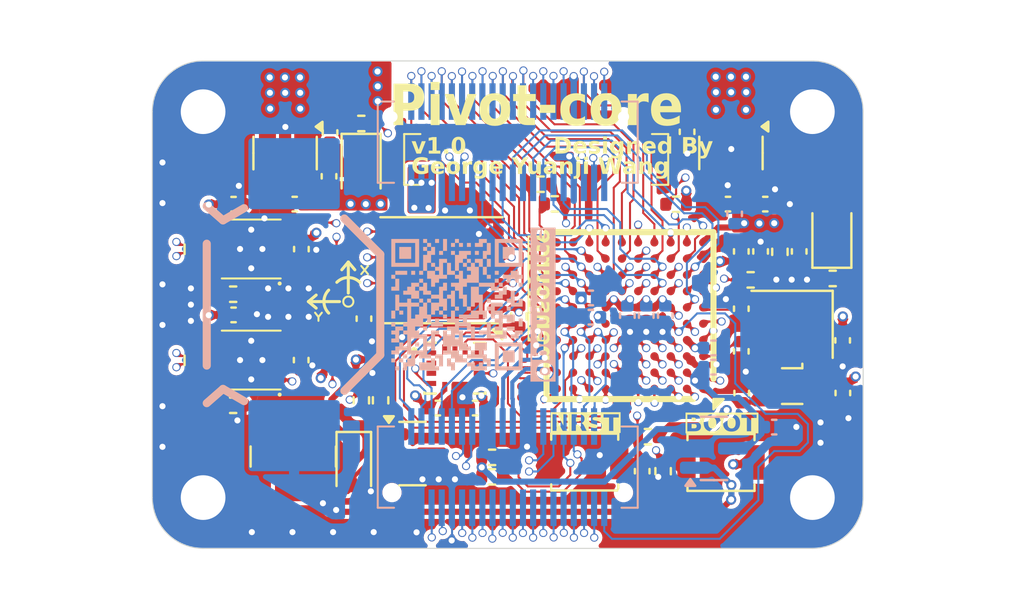
<source format=kicad_pcb>
(kicad_pcb (version 20240108) (generator "pcbnew") (generator_version "8.0")
  (layers (0 "F.Cu" signal) (1 "In1.Cu" power "GND1.Cu") (2 "In2.Cu" signal "SIG1.Cu") (3 "In3.Cu" signal "SIG2.Cu") (4 "In4.Cu" power "GND2.Cu") (31 "B.Cu" signal) (34 "B.Paste" user) (35 "F.Paste" user) (36 "B.SilkS" user "B.Silkscreen") (37 "F.SilkS" user "F.Silkscreen") (38 "B.Mask" user) (39 "F.Mask" user) (44 "Edge.Cuts" user))
  (net 0 "")
  (net 1 "GND")
  (net 2 "DVCC_Core")
  (net 3 "5V_VIN")
  (net 4 "TEMP_Sense")
  (net 5 "Net-(BZ1--)")
  (net 6 "Net-(Q1-G)")
  (net 7 "Buzzer_PWM")
  (net 8 "Net-(U5-S)")
  (net 9 "AVCC")
  (net 10 "QSPI_IO0")
  (net 11 "QSPI_IO3")
  (net 12 "QSPI_CLK")
  (net 13 "QSPI_IO2")
  (net 14 "QSPI_IO1")
  (net 15 "QSPI_CS")
  (net 16 "DVCC_Periph")
  (net 17 "Net-(U7-S)")
  (net 18 "FDCAN1_RX")
  (net 19 "FDCAN1_TX")
  (net 20 "NRST")
  (net 21 "BOOT0")
  (net 22 "CAN1+")
  (net 23 "CAN1-")
  (net 24 "FDCAN2_TX")
  (net 25 "FDCAN2_RX")
  (net 28 "Net-(BT1-+)")
  (net 29 "Net-(C22-Pad2)")
  (net 30 "USB_D-")
  (net 31 "IMU_INT1")
  (net 32 "USB_D+")
  (net 33 "IMU_INT2")
  (net 34 "Net-(U1-VBAT)")
  (net 35 "I2C4_SDA")
  (net 36 "I2C3_SCL")
  (net 37 "I2C4_SCL")
  (net 38 "I2C3_SDA")
  (net 39 "ETH_TX_EN")
  (net 40 "ETH_MDIO")
  (net 41 "UART1_TX")
  (net 42 "ETH_RXD0")
  (net 43 "ETH_RXD1")
  (net 44 "SPI2_MOSI")
  (net 45 "ETH_TXD0")
  (net 46 "SPI1_MISO")
  (net 47 "SPI2_MISO")
  (net 48 "ETH_TXD1")
  (net 49 "UART6_RX")
  (net 50 "SPI1_MOSI")
  (net 51 "SPI2_CS")
  (net 52 "UART1_RX")
  (net 53 "SPI1_CS")
  (net 54 "UART3_TX")
  (net 55 "UART4_RX")
  (net 56 "ETH_REF_CLK")
  (net 57 "UART8_TX")
  (net 58 "UART3_RX")
  (net 59 "ETH_CRS_DV")
  (net 60 "UART8_RX")
  (net 61 "UART4_TX")
  (net 62 "UART6_TX")
  (net 63 "Net-(U1-PH0)")
  (net 64 "Net-(U1-PC14)")
  (net 65 "LED_GREEN")
  (net 66 "PC8_TIM3_CH3")
  (net 67 "PB7_TIM4_CH2")
  (net 68 "PB0_ADC2_INP9")
  (net 69 "PC13_GPIO")
  (net 70 "PB1_ADC1_INP5")
  (net 71 "PE5_TIM15_CH1")
  (net 72 "PD14_TIM4_CH3")
  (net 73 "PA3_ADC1_INP15")
  (net 74 "SWDIO")
  (net 75 "PE4_GPIO")
  (net 76 "PD15_TIM4_CH4")
  (net 77 "PE6_TIM15_CH2")
  (net 78 "PA15_TIM2_CH1")
  (net 79 "PA4_ADC2_INP18")
  (net 80 "SWCLK")
  (net 81 "PE2_GPIO")
  (net 82 "PE3_GPIO")
  (net 83 "PB3_TIM2_CH2")
  (net 84 "PC15_GPIO")
  (net 85 "PA0_ADC1_INP16")
  (net 86 "PA10_TIM1_CH3")
  (net 87 "Net-(D1-K)")
  (net 88 "Net-(D2-K)")
  (net 93 "CAN2+")
  (net 94 "CAN2-")
  (net 95 "ETH_MDC")
  (net 96 "SPI4_MOSI")
  (net 97 "IMU_SPI3_MOSI")
  (net 98 "SPI4_CS")
  (net 99 "IMU_SPI3_CS")
  (net 100 "IMU_SPI3_MISO")
  (net 101 "SPI4_MISO")
  (net 102 "SPI4_CLK")
  (net 103 "IMU_SPI3_CLK")
  (net 104 "PE11_GPIO")
  (net 105 "PE15_GPIO")
  (net 106 "PD11_GPIO")
  (net 107 "SPI1_CLK")
  (net 108 "SPI2_CLK")
  (net 109 "Net-(C23-Pad2)")
  (footprint "Capacitor_SMD:C_0402_1005Metric" (layer "F.Cu") (at 158.345 85.05 180)
    (property "Reference" "C7" (hide yes))
    (property "Value" "1u")
  )
  (footprint "Resistor_SMD:R_0402_1005Metric" (layer "F.Cu") (at 148.05 90.58 -90)
    (property "Reference" "R12" (hide yes))
    (property "Value" "10k")
  )
  (footprint "Oscillator:Oscillator_SMD_SeikoEpson_SG3030CM" (layer "F.Cu") (at 161.505 94.01 180)
    (property "Reference" "Y2" (hide yes))
    (property "Value" "SG-3030CM/X1B0002110001")
  )
  (footprint "Capacitor_SMD:C_0402_1005Metric" (layer "F.Cu") (at 154.12 98.2 90)
    (property "Reference" "C11" (hide yes))
    (property "Value" "100n")
  )
  (footprint "Package_BGA:TFBGA-100_8x8mm_Layout10x10_P0.8mm" (layer "F.Cu") (at 153.52 90.54 180)
    (property "Reference" "U1" (hide yes))
    (property "Value" "STM32H743VIHx")
  )
  (footprint "MountingHole:MountingHole_2.2mm_M2_DIN965_Pad" (layer "F.Cu") (at 132.5 80.5)
    (property "Reference" "H1" (hide yes))
    (property "Value" "M2")
  )
  (footprint "Capacitor_SMD:C_0402_1005Metric" (layer "F.Cu") (at 164 94.35 90)
    (property "Reference" "C14" (hide yes))
    (property "Value" "100n")
  )
  (footprint "Package_TO_SOT_SMD:SOT-23" (layer "F.Cu") (at 142.81 97.333274)
    (property "Reference" "Q1" (hide yes))
    (property "Value" "AO3400A")
  )
  (footprint "Capacitor_SMD:C_0402_1005Metric" (layer "F.Cu") (at 138.75 81.5225 -90)
    (property "Reference" "C17" (hide yes))
    (property "Value" "1u")
  )
  (footprint "Package_SON:WSON-8-1EP_6x5mm_P1.27mm_EP3.4x4.3mm" (layer "F.Cu") (at 144.23 88.305 180)
    (property "Reference" "U2" (hide yes))
    (property "Value" "W25Q128JVP")
  )
  (footprint "Capacitor_SMD:C_0402_1005Metric" (layer "F.Cu") (at 163.99 91.76 90)
    (property "Reference" "C12" (hide yes))
    (property "Value" "100n")
  )
  (footprint "Resistor_SMD:R_0402_1005Metric" (layer "F.Cu") (at 149.12 84.07 180)
    (property "Reference" "R13" (hide yes))
    (property "Value" "4.7k")
  )
  (footprint "Resistor_SMD:R_0402_1005Metric" (layer "F.Cu") (at 154.4 96.5)
    (property "Reference" "R9" (hide yes))
    (property "Value" "10k")
  )
  (footprint "MountingHole:MountingHole_2.2mm_M2_DIN965_Pad" (layer "F.Cu") (at 132.5 99.5)
    (property "Reference" "H2" (hide yes))
    (property "Value" "M2")
  )
  (footprint "Capacitor_SMD:C_0402_1005Metric" (layer "F.Cu") (at 140.42 90.69 -90)
    (property "Reference" "C1" (hide yes))
    (property "Value" "100n")
  )
  (footprint "Crystal:Crystal_SMD_3225-4Pin_3.2x2.5mm" (layer "F.Cu") (at 161.5 90.97 180)
    (property "Reference" "Y1" (hide yes))
    (property "Value" "YXC_OT2EL4C4JI-111OLP-8M")
  )
  (footprint "Capacitor_SMD:C_0402_1005Metric" (layer "F.Cu") (at 134 90.505)
    (property "Reference" "C5" (hide yes))
    (property "Value" "100n")
  )
  (footprint "Resistor_SMD:R_0402_1005Metric" (layer "F.Cu") (at 140.29 94.71 90)
    (property "Reference" "R3" (hide yes))
    (property "Value" "100")
  )
  (footprint "Capacitor_SMD:C_0402_1005Metric" (layer "F.Cu") (at 137.34 87.265089 -90)
    (property "Reference" "C9" (hide yes))
    (property "Value" "100n")
  )
  (footprint "Resistor_SMD:R_0402_1005Metric" (layer "F.Cu") (at 159.46 88.78 180)
    (property "Reference" "R5" (hide yes))
    (property "Value" "3.3k")
  )
  (footprint "Button_Switch_SMD:SW_SPST_B3U-1000P" (layer "F.Cu") (at 158 97.77)
    (property "Reference" "SW2(B3U-1000)1" (hide yes))
    (property "Value" "SW_Push")
  )
  (footprint "LED_SMD:LED_0805_2012Metric" (layer "F.Cu") (at 163.46 86.5 90)
    (property "Reference" "D1" (hide yes))
    (property "Value" "Blue (0805)")
  )
  (footprint "Capacitor_SMD:C_0402_1005Metric" (layer "F.Cu") (at 160.18 85.05)
    (property "Reference" "C16" (hide yes))
    (property "Value" "100n")
  )
  (footprint "Resistor_SMD:R_0402_1005Metric" (layer "F.Cu") (at 160.9 87.4 -90)
    (property "Reference" "FB1" (hide yes))
    (property "Value" "100mΩ 600Ω @100MHz")
  )
  (footprint "Capacitor_SMD:C_0402_1005Metric" (layer "F.Cu") (at 159 92.3 90)
    (property "Reference" "C13" (hide yes))
    (property "Value" "15p")
  )
  (footprint "Capacitor_SMD:C_0402_1005Metric" (layer "F.Cu") (at 159.95 87.38 -90)
    (property "Reference" "C33" (hide yes))
    (property "Value" "1u")
  )
  (footprint "Resistor_SMD:R_0402_1005Metric" (layer "F.Cu") (at 163.5 88.71 180)
    (property "Reference" "R1" (hide yes))
    (property "Value" "1k")
  )
  (footprint "Resistor_SMD:R_0402_1005Metric" (layer "F.Cu") (at 140.29 81.08)
    (property "Reference" "R2" (hide yes))
    (property "Value" "1k")
  )
  (footprint "Resistor_SMD:R_0402_1005Metric" (layer "F.Cu") (at 133.98 94.955)
    (property "Reference" "R8" (hide yes))
    (property "Value" "10k")
  )
  (footprint "Resistor_SMD:R_0603_1608Metric" (layer "F.Cu") (at 132.11 87.272589 90)
    (property "Reference" "R7" (hide yes))
    (property "Value" "120")
  )
  (footprint "MountingHole:MountingHole_2.2mm_M2_DIN965_Pad" (layer "F.Cu") (at 162.5 99.5)
    (property "Reference" "H4" (hide yes))
    (property "Value" "M2")
  )
  (footprint "Capacitor_SMD:C_0402_1005Metric" (layer "F.Cu") (at 145.89 95.0925 180)
    (property "Reference" "C2" (hide yes))
    (property "Value" "100n")
  )
  (footprint "Resistor_SMD:R_0402_1005Metric" (layer "F.Cu") (at 146.73 98.48)
    (property "Reference" "R16" (hide yes))
    (property "Value" "4.7k")
  )
  (footprint "Package_TO_SOT_SMD:SOT-23-5" (layer "F.Cu") (at 136.5375 82.5375 -90)
    (property "Reference" "U9" (hide yes))
    (property "Value" "TLV75533PDBV")
  )
  (footprint "1_my_custom:TCAN1051VDRB" (layer "F.Cu") (at 134.87 92.73 180)
    (property "Reference" "U7" (hide yes))
    (property "Value" "TCAN1051HVDRB" (hide yes))
  )
  (footprint "Package_TO_SOT_SMD:SOT-23-5" (layer "F.Cu") (at 158.49 82.5325 -90)
    (property "Reference" "U8" (hide yes))
    (property "Value" "TLV75533PDBV")
  )
  (footprint "Resistor_SMD:R_0402_1005Metric" (layer "F.Cu") (at 155.788949 85.06 180)
    (property "Reference" "TH1" (hide yes))
    (property "Value" "10k")
  )
  (footprint "Diode_SMD:D_SOD-323" (layer "F.Cu") (at 139.92 97.88 -90)
    (property "Reference" "D3" (hide yes))
    (property "Value" "1N5819WS")
  )
  (footprint "Capacitor_SMD:C_0402_1005Metric" (layer "F.Cu") (at 159 87.38 -90)
    (property "Reference" "C32" (hide yes))
    (property "Value" "100n")
  )
  (footprint "Capacitor_SMD:C_0402_1005Metric" (layer "F.Cu") (at 134 85.055089)
    (property "Reference" "C10" (hide yes))
    (property "Value" "100n")
  )
  (footprint "Pivot_Core:FUET-4020" (layer "F.Cu") (at 136.94 97.4775 90)
    (property "Reference" "BZ1" (hide yes))
    (property "Value" "FUET-4020")
  )
  (footprint "Pivot_Core:XDCR_BMI270" (layer "F.Cu") (at 144.9 93.13)
    (property "Reference" "U3" (hide yes))
    (property "Value" "BMI270")
  )
  (footprint "Capacitor_SMD:C_0402_1005Metric" (layer "F.Cu") (at 156.33 81.49 -90)
    (property "Reference" "C6" (hide yes))
    (property "Value" "1u")
  )
  (footprint "Button_Switch_SMD:SW_SPST_B3U-1000P" (layer "F.Cu") (at 151.29 97.75 180)
    (property "Reference" "SW1(B3U-1000)1" (hide yes))
    (property "Value" "SW_Push")
  )
  (footprint "Resistor_SMD:R_0603_1608Metric" (layer "F.Cu") (at 132.11 92.7425 90)
    (property "Reference" "R11" (hide yes))
    (property "Value" "120")
  )
  (footprint "Capacitor_SMD:C_0402_1005Metric" (layer "F.Cu") (at 144.06 95.0925)
    (property "Reference" "C3" (hide yes))
    (property "Value" "100n")
  )
  (footprint "Capacitor_SMD:C_0402_1005Metric" (layer "F.Cu") (at 159.02 94.35 -90)
    (property "Reference" "C15" (hide yes))
    (property "Value" "15p")
  )
  (footprint "Resistor_SMD:R_0402_1005Metric" (layer "F.Cu") (at 149.82 85.04)
    (property "Reference" "R15" (hide yes))
    (property "Value" "4.7k")
  )
  (footprint "1_my_custom:TCAN1051VDRB" (layer "F.Cu") (at 134.87 87.260089 180)
    (property "Reference" "U5" (hide yes))
    (property "Value" "TCAN1051HVDRB" (hide yes))
  )
  (footprint "Resistor_SMD:R_0402_1005Metric" (layer "F.Cu") (at 146.73 97.52 180)
    (property "Reference" "R14" (hide yes))
    (property "Value" "4.7k")
  )
  (footprint "LED_SMD:LED_0805_2012Metric" (layer "F.Cu") (at 140.28 83.2775 -90)
    (property "Reference" "D2" (hide yes))
    (property "Value" "Green (0805)")
  )
  (footprint "Resistor_SMD:R_0402_1005Metric" (layer "F.Cu") (at 133.98 89.485089)
    (property "Reference" "R6" (hide yes))
    (property "Value" "10k")
  )
  (footprint "Capacitor_SMD:C_0402_1005Metric" (layer "F.Cu") (at 138.7 83.68 90)
    (property "Reference" "C18" (hide yes))
    (property "Value" "1u")
  )
  (footprint "Capacitor_SMD:C_0402_1005Metric" (layer "F.Cu") (at 137.33 92.73 -90)
    (property "Reference" "C4" (hide yes))
    (property "Value" "100n")
  )
  (footprint "MountingHole:MountingHole_2.2mm_M2_DIN965_Pad" (layer "F.Cu") (at 162.5 80.5)
    (property "Reference" "H3" (hide yes))
    (property "Value" "M2")
  )
  (footprint "Resistor_SMD:R_0402_1005Metric" (layer "F.Cu") (at 155.15 98.2 90)
    (property "Reference" "R10" (hide yes))
    (property "Value" "10k")
  )
  (footprint "Capacitor_SMD:C_0402_1005Metric" (layer "F.Cu") (at 137.01 85.05 180)
    (property "Reference" "C19" (hide yes))
    (property "Value" "100n")
  )
  (footprint "Resistor_SMD:R_0402_1005Metric" (layer "F.Cu") (at 141.24 94.71 90)
    (property "Reference" "R4" (hide yes))
    (property "Value" "100k")
  )
  (footprint "Capacitor_SMD:C_0402_1005Metric" (layer "F.Cu") (at 159 90.2 -90)
    (property "Reference" "C8" (hide yes))
    (property "Value" "1u")
  )
  (footprint "Capacitor_SMD:C_0402_1005Metric" (layer "F.Cu") (at 161.85 87.38 90)
    (property "Reference" "C34" (hide yes))
    (property "Value" "1u")
  )
  (footprint "Capacitor_SMD:C_0402_1005Metric" (layer "B.Cu") (at 151.59 90.62)
    (property "Reference" "C23" (hide yes))
    (property "Value" "2.2u")
  )
  (footprint "Pivot_Core:B2B-40P-P0.5" (layer "B.Cu") (at 147.5 98 180)
    (property "Reference" "J2" (hide yes))
    (property "Value" "B2B-40P-P0.5 Connector" (hide yes))
  )
  (footprint "Capacitor_SMD:C_0402_1005Metric" (layer "B.Cu") (at 157.63 92.13 180)
    (property "Reference" "C25" (hide yes))
    (property "Value" "100n")
  )
  (footprint "Capacitor_SMD:C_0402_1005Metric" (layer "B.Cu") (at 155.26 90.54 90)
    (property "Reference" "C28" (hide yes))
    (property "Value" "100n")
  )
  (footprint "Capacitor_SMD:C_0402_1005Metric" (layer "B.Cu") (at 151.59 89.67 180)
    (property "Reference" "C22" (hide yes))
    (property "Value" "2.2u")
  )
  (footprint "1_my_custom:BatteryClip-MY-927-02" (layer "B.Cu") (at 136.98 90 90)
    (property "Reference" "BT1" (hide yes))
    (property "Value" "Battery_Cell")
  )
  (footprint "Capacitor_SMD:C_0402_1005Metric" (layer "B.Cu") (at 160.62 96.03 180)
    (property "Reference" "C21" (hide yes))
    (property "Value" "4.7u")
  )
  (footprint "Pivot_Core:B2B-40P-P0.5" (layer "B.Cu") (at 147.5 82)
    (property "Reference" "J1" (hide yes))
    (property "Value" "B2B-40P-P0.5 Connector" (hide yes))
  )
  (footprint "Capacitor_SMD:C_0402_1005Metric" (layer "B.Cu") (at 154.32 90.54 90)
    (property "Reference" "C27" (hide yes))
    (property "Value" "100n")
  )
  (footprint "Capacitor_SMD:C_0402_1005Metric" (layer "B.Cu") (at 157.63 93.08 180)
    (property "Reference" "C20" (hide yes))
    (property "Value" "100n")
  )
  (footprint "LOGO" (layer "B.Cu") (at 145 90 180)
    (property "Reference" "G***" (hide yes))
    (property "Value" "LOGO" (hide yes))
  )
  (footprint "Capacitor_SMD:C_0402_1005Metric" (layer "B.Cu") (at 158.67 85.53 -90)
    (property "Reference" "C24" (hide yes))
    (property "Value" "100n")
  )
  (footprint "Capacitor_SMD:C_0402_1005Metric" (layer "B.Cu") (at 153.39 90.54 90)
    (property "Reference" "C26" (hide yes))
    (property "Value" "100n")
  )
  (footprint "Package_TO_SOT_SMD:SOT-23" (layer "B.Cu") (at 157.6525 97.08)
    (property "Reference" "D4" (hide yes))
    (property "Value" "BAT54C")
  )
  (gr_line (start 139.65 87.900686) (end 139.971394 88.283708) (stroke (width 0.15)) (layer "F.SilkS"))
  (gr_line (start 154.6 84.1) (end 155.4 84.1) (stroke (width 0.1)) (layer "F.SilkS"))
  (gr_line (start 142.4 81.6) (end 142.4 84.1) (stroke (width 0.1)) (layer "F.SilkS"))
  (gr_line (start 142.4 81.6) (end 143.2 81.6) (stroke (width 0.1)) (layer "F.SilkS"))
  (gr_line (start 154.6 81.6) (end 155.4 81.6) (stroke (width 0.1)) (layer "F.SilkS"))
  (gr_line (start 155.4 81.6) (end 155.4 84.1) (stroke (width 0.1)) (layer "F.SilkS"))
  (gr_line (start 143.2 84.1) (end 142.4 84.1) (stroke (width 0.1)) (layer "F.SilkS"))
  (gr_line (start 139.65 89.430686) (end 139.65 87.900686) (stroke (width 0.15)) (layer "F.SilkS"))
  (gr_arc (start 139.084315 88.9) (mid 139.65 88.665686) (end 140.215685 88.9) (stroke (width 0.15)) (layer "F.SilkS"))
  (gr_line (start 137.685 89.85) (end 138.068022 90.171394) (stroke (width 0.15)) (layer "F.SilkS"))
  (gr_line (start 137.685 89.85) (end 138.068022 89.528606) (stroke (width 0.15)) (layer "F.SilkS"))
  (gr_circle (center 139.65 89.85) (end 139.9 89.85) (stroke (width 0.1)) (fill none) (layer "F.SilkS"))
  (gr_line (start 139.65 87.900686) (end 139.328606 88.283708) (stroke (width 0.15)) (layer "F.SilkS"))
  (gr_line (start 139.215 89.85) (end 137.685 89.85) (stroke (width 0.15)) (layer "F.SilkS"))
  (gr_arc (start 138.684314 90.415685) (mid 138.45 89.85) (end 138.684314 89.284315) (stroke (width 0.15)) (layer "F.SilkS"))
  (gr_arc (start 162.5 78) (mid 164.267767 78.732233) (end 165 80.5) (stroke (width 0.05)) (layer "Edge.Cuts"))
  (gr_line (start 132.5 78) (end 162.5 78) (stroke (width 0.05)) (layer "Edge.Cuts"))
  (gr_line (start 162.5 102) (end 132.5 102) (stroke (width 0.05)) (layer "Edge.Cuts"))
  (gr_arc (start 130 80.5) (mid 130.732233 78.732233) (end 132.5 78) (stroke (width 0.05)) (layer "Edge.Cuts"))
  (gr_line (start 165 99.5) (end 165 80.5) (stroke (width 0.05)) (layer "Edge.Cuts"))
  (gr_arc (start 165 99.5) (mid 164.267767 101.267767) (end 162.5 102) (stroke (width 0.05)) (layer "Edge.Cuts"))
  (gr_arc (start 132.5 102) (mid 130.732233 101.267767) (end 130 99.5) (stroke (width 0.05)) (layer "Edge.Cuts"))
  (gr_line (start 130 99.5) (end 130 80.5) (stroke (width 0.05)) (layer "Edge.Cuts"))
  (gr_text "Opensource" (at 148.8 90 -90) (layer "B.SilkS" knockout) (effects (font (size 0.8 0.8) (thickness 0.1)) (justify bottom mirror)))
  (gr_text "X" (at 140.15 88.55 0) (layer "F.SilkS") (effects (font (size 0.4 0.5) (thickness 0.1)) (justify left bottom)))
  (gr_text "v1.0           Designed By" (at 142.75 82.7 0) (layer "F.SilkS") (effects (font (size 0.8 0.8) (thickness 0.1) (bold yes)) (justify left bottom)))
  (gr_text "Pivot-core" (at 148.9 81.5 0) (layer "F.SilkS") (effects (font (size 2 1.8) (thickness 0.2) (bold yes) (italic yes)) (justify bottom)))
  (gr_text "NRST" (at 151.29 96.35 0) (layer "F.SilkS" knockout) (effects (font (size 0.8 0.8) (thickness 0.125)) (justify bottom)))
  (gr_text "Y" (at 137.9 90.85 0) (layer "F.SilkS") (effects (font (size 0.4 0.5) (thickness 0.1)) (justify left bottom)))
  (gr_text "George Yuanji Wang" (at 142.75 83.7 0) (layer "F.SilkS") (effects (font (size 0.8 0.8) (thickness 0.15) (bold yes)) (justify left bottom)))
  (gr_text "BOOT" (at 158 96.37 0) (layer "F.SilkS" knockout) (effects (font (size 0.8 0.8) (thickness 0.125)) (justify bottom)))
  (gr_text "STM32H7" (at 149.4 89.2 90) (layer "F.SilkS" knockout) (effects (font (size 0.7 0.7) (thickness 0.125)) (justify bottom)))
  (segment (start 159.03 93.41) (end 159 93.44) (width 0.3) (layer "F.Cu") (net 1))
  (segment (start 159.11 93.41) (end 159.03 93.41) (width 0.2) (layer "F.Cu") (net 1))
  (segment (start 137.34 93.23) (end 137.64 93.23) (width 0.3) (layer "F.Cu") (net 1))
  (segment (start 153.92 90.94) (end 153.12 90.94) (width 0.3) (layer "F.Cu") (net 1))
  (segment (start 156.33 82.55) (end 156.33 81.97) (width 0.3) (layer "F.Cu") (net 1))
  (segment (start 153.92 90.94) (end 154.32 91.34) (width 0.3) (layer "F.Cu") (net 1))
  (segment (start 159 93.44) (end 159 93.85) (width 0.3) (layer "F.Cu") (net 1))
  (segment (start 138.072384 87.300913) (end 137.628208 87.745089) (width 0.3) (layer "F.Cu") (net 1))
  (segment (start 158.49 81.395) (end 158.49 82.323015) (width 0.3) (layer "F.Cu") (net 1))
  (segment (start 135.52 85.75) (end 135.83 85.75) (width 0.3) (layer "F.Cu") (net 1))
  (segment (start 159 90.68) (end 159.84 90.68) (width 0.3) (layer "F.Cu") (net 1))
  (segment (start 134.48 92.34) (end 134.87 92.73) (width 0.3) (layer "F.Cu") (net 1))
  (segment (start 164 95.315) (end 164.275 95.59) (width 0.3) (layer "F.Cu") (net 1))
  (segment (start 140.813554 91.806446) (end 140.42 91.412892) (width 0.3) (layer "F.Cu") (net 1))
  (segment (start 140.42 91.412892) (end 140.42 91.17) (width 0.3) (layer "F.Cu") (net 1))
  (segment (start 153.12 90.94) (end 153.12 90.95) (width 0.3) (layer "F.Cu") (net 1))
  (segment (start 137.18 87.585089) (end 137.34 87.745089) (width 0.3) (layer "F.Cu") (net 1))
  (segment (start 156.34 82.56) (end 156.33 82.55) (width 0.3) (layer "F.Cu") (net 1))
  (segment (start 163.99 93.04) (end 163.99 92.24) (width 0.3) (layer "F.Cu") (net 1))
  (segment (start 157.779999 92.940919) (end 157.286605 92.940919) (width 0.1) (layer "F.Cu") (net 1))
  (segment (start 159.51 86.9) (end 159 86.9) (width 0.4) (layer "F.Cu") (net 1))
  (segment (start 149.51 97.91) (end 149.35 97.75) (width 0.3) (layer "F.Cu") (net 1))
  (segment (start 134.48 86.870089) (end 134.87 87.260089) (width 0.3) (layer "F.Cu") (net 1))
  (segment (start 159 93.85) (end 159.02 93.87) (width 0.3) (layer "F.Cu") (net 1))
  (segment (start 137.64 93.23) (end 137.88 92.99) (width 0.3) (layer "F.Cu") (net 1))
  (segment (start 158.33 84.585) (end 157.865 85.05) (width 0.3) (layer "F.Cu") (net 1))
  (segment (start 136.27 87.585089) (end 137.18 87.585089) (width 0.3) (layer "F.Cu") (net 1))
  (segment (start 157.285686 92.94) (end 156.954314 92.94) (width 0.1) (layer "F.Cu") (net 1))
  (segment (start 160.18 93.41) (end 159.03 93.41) (width 0.3) (layer "F.Cu") (net 1))
  (segment (start 134.49 95.4) (end 134.19 95.7) (width 0.3) (layer "F.Cu") (net 1))
  (segment (start 154.72 90.94) (end 155.12 91.34) (width 0.3) (layer "F.Cu") (net 1))
  (segment (start 141.8725 98.283274) (end 141.666726 98.283274) (width 0.3) (layer "F.Cu") (net 1))
  (segment (start 135.83 85.75) (end 136.53 85.05) (width 0.3) (layer "F.Cu") (net 1))
  (segment (start 157.286605 92.940919) (end 157.285686 92.94) (width 0.1) (layer "F.Cu") (net 1))
  (segment (start 158.24 89.73) (end 157.51 89.73) (width 0.3) (layer "F.Cu") (net 1))
  (segment (start 164 94.83) (end 164 95.315) (width 0.3) (layer "F.Cu") (net 1))
  (segment (start 153.12 90.95) (end 153.52 91.35) (width 0.3) (layer "F.Cu") (net 1))
  (segment (start 157.12 87.74) (end 157.96 86.9) (width 0.3) (layer "F.Cu") (net 1))
  (segment (start 134.48 90.505) (end 134.48 90.45) (width 0.3) (layer "F.Cu") (net 1))
  (segment (start 134.48 85.055089) (end 134.48 84.37) (width 0.3) (layer "F.Cu") (net 1))
  (segment (start 146.889681 86.359681) (end 146.93 86.4) (width 0.3) (layer "F.Cu") (net 1))
  (segment (start 137.628208 87.745089) (end 137.34 87.745089) (width 0.3) (layer "F.Cu") (net 1))
  (segment (start 158.33 84.12) (end 158.33 84.585) (width 0.3) (layer "F.Cu") (net 1))
  (segment (start 134.49 89.485089) (end 134.49 89.56) (width 0.3) (layer "F.Cu") (net 1))
  (segment (start 159 92.78) (end 159 93.44) (width 0.3) (layer "F.Cu") (net 1))
  (segment (start 136.27 93.055) (end 137.175 93.055) (width 0.3) (layer "F.Cu") (net 1))
  (segment (start 134.48 84.37) (end 134.26 84.15) (width 0.3) (layer "F.Cu") (net 1))
  (segment (start 159.95 86.9) (end 159.51 86.9) (width 0.4) (layer "F.Cu") (net 1))
  (segment (start 159.22 93.3) (end 159.11 93.41) (width 0.2) (layer "F.Cu") (net 1))
  (segment (start 154.88 98.68) (end 154.91 98.71) (width 0.3) (layer "F.Cu") (net 1))
  (segment (start 157.779999 92.940919) (end 158.860919 92.940919) (width 0.3) (layer "F.Cu") (net 1))
  (segment (start 157.51 89.73) (end 157.12 89.34) (width 0.3) (layer "F.Cu") (net 1))
  (segment (start 159.02 86.9) (end 159 86.88) (width 0.4) (layer "F.Cu") (net 1))
  (segment (start 154.91 98.48) (end 154.91 98.71) (width 0.3) (layer "F.Cu") (net 1))
  (segment (start 137.175 93.055) (end 137.33 93.21) (width 0.3) (layer "F.Cu") (net 1))
  (segment (start 158.860919 92.940919) (end 159.22 93.3) (width 0.3) (layer "F.Cu") (net 1))
  (segment (start 159.84 90.68) (end 160.4 90.12) (width 0.3) (layer "F.Cu") (net 1))
  (segment (start 156.953395 92.940919) (end 156.720919 92.940919) (width 0.1) (layer "F.Cu") (net 1))
  (segment (start 157.96 86.9) (end 159 86.9) (width 0.3) (layer "F.Cu") (net 1))
  (segment (start 156.720919 92.940919) (end 156.32 92.54) (width 0.1) (layer "F.Cu") (net 1))
  (segment (start 154.72 90.94) (end 153.92 90.94) (width 0.3) (layer "F.Cu") (net 1))
  (segment (start 134.49 94.955) (end 134.49 95.4) (width 0.3) (layer "F.Cu") (net 1))
  (segment (start 156.954314 92.94) (end 156.953395 92.940919) (width 0.1) (layer "F.Cu") (net 1))
  (segment (start 158.49 82.323015) (end 158.505735 82.33875) (width 0.3) (layer "F.Cu") (net 1))
  (segment (start 141.666726 98.283274) (end 140.76 99.19) (width 0.3) (layer "F.Cu") (net 1))
  (via (at 158.505735 82.33875) (size 0.5) (drill 0.3) (layers "F.Cu" "B.Cu") (net 1))
  (via (at 138.9 101.2) (size 0.5) (drill 0.3) (layers "F.Cu" "B.Cu") (net 1))
  (via (at 150.746675 78.747977) (size 0.4) (drill 0.3) (layers "F.Cu" "B.Cu") (net 1))
  (via (at 161.48 88.77) (size 0.5) (drill 0.3) (layers "F.Cu" "B.Cu") (net 1))
  (via (at 163.99 93.04) (size 0.5) (drill 0.3) (layers "F.Cu" "B.Cu") (net 1))
  (via (at 135.52 85.75) (size 0.5) (drill 0.3) (layers "F.Cu" "B.Cu") (net 1))
  (via (at 137.7 89.2) (size 0.5) (drill 0.3) (layers "F.Cu" "B.Cu") (net 1))
  (via (at 144.9 98.6) (size 0.5) (drill 0.3) (layers "F.Cu" "B.Cu") (net 1))
  (via (at 130.5 97) (size 0.5) (drill 0.3) (layers "F.Cu" "B.Cu") (net 1))
  (via (at 154.32 91.34) (size 0.4) (drill 0.3) (layers "F.Cu" "B.Cu") (net 1))
  (via (at 160.66 84.32) (size 0.5) (drill 0.3) (layers "F.Cu" "B.Cu") (net 1))
  (via (at 162.235 88.77) (size 0.5) (drill 0.3) (layers "F.Cu" "B.Cu") (net 1))
  (via (at 154.91 98.48) (size 0.5) (drill 0.3) (layers "F.Cu" "B.Cu") (net 1))
  (via (at 160.725 88.77) (size 0.5) (drill 0.3) (layers "F.Cu" "B.Cu") (net 1))
  (via (at 130.5 85) (size 0.5) (drill 0.3) (layers "F.Cu" "B.Cu") (net 1))
  (via (at 130.5 89) (size 0.5) (drill 0.3) (layers "F.Cu" "B.Cu") (net 1))
  (via (at 152.03 97.41) (size 0.5) (drill 0.3) (layers "F.Cu" "B.Cu") (net 1))
  (via (at 164.275 95.59) (size 0.5) (drill 0.3) (layers "F.Cu" "B.Cu") (net 1))
  (via (at 156.34 82.56) (size 0.5) (drill 0.3) (layers "F.Cu" "B.Cu") (net 1))
  (via (at 143.3 98.6) (size 0.5) (drill 0.3) (layers "F.Cu" "B.Cu") (net 1))
  (via (at 148.45 96.992893) (size 0.4) (drill 0.3) (layers "F.Cu" "B.Cu") (net 1))
  (via (at 145.63576 85.36424) (size 0.5) (drill 0.3) (layers "F.Cu" "B.Cu") (net 1))
  (via (at 144.414304 85.36424) (size 0.5) (drill 0.3) (layers "F.Cu" "B.Cu") (net 1))
  (via (at 157.779999 92.940919) (size 0.4) (drill 0.3) (layers "F.Cu" "B.Cu") (net 1))
  (via (at 136.7 90.6) (size 0.5) (drill 0.3) (layers "F.Cu" "B.Cu") (net 1))
  (via (at 144.74 101.61) (size 0.4) (drill 0.3) (layers "F.Cu" "B.Cu") (net 1))
  (via (at 145.27 94.56) (size 0.5) (drill 0.3) (layers "F.Cu" "B.Cu") (net 1))
  (via (at 155.12 91.34) (size 0.4) (drill 0.3) (layers "F.Cu" "B.Cu") (net 1))
  (via (at 148.9 92) (size 0.5) (drill 0.3) (layers "F.Cu" "B.Cu") (net 1))
  (via (at 158.24 89.73) (size 0.5) (drill 0.3) (layers "F.Cu" "B.Cu") (net 1))
  (via (at 158.33 84.12) (size 0.5) (drill 0.3) (layers "F.Cu" "B.Cu") (net 1))
  (via (at 135.7 90.6) (size 0.5) (drill 0.3) (layers "F.Cu" "B.Cu") (net 1))
  (via (at 146.08 86.52) (size 0.5) (drill 0.3) (layers "F.Cu" "B.Cu") (net 1))
  (via (at 153.52 91.34) (size 0.4) (drill 0.3) (layers "F.Cu" "B.Cu") (net 1))
  (via (at 140.836446 93.363554) (size 0.5) (drill 0.3) (layers "F.Cu" "B.Cu") (net 1))
  (via (at 136.7 89.2) (size 0.5) (drill 0.3) (layers "F.Cu" "B.Cu") (net 1))
  (via (at 144.1 98.6) (size 0.5) (drill 0.3) (layers "F.Cu" "B.Cu") (net 1))
  (via (at 134.26 84.15) (size 0.5) (drill 0.3) (layers "F.Cu" "B.Cu") (net 1))
  (via (at 131.9 90.8) (size 0.5) (drill 0.3) (layers "F.Cu" "B.Cu") (net 1))
  (via (at 131.9 90) (size 0.5) (drill 0.3) (layers "F.Cu" "B.Cu") (net 1))
  (via (at 150.53 82.7) (size 0.4) (drill 0.3) (layers "F.Cu" "B.Cu") (net 1))
  (via (at 161.39 85.05) (size 0.5) (drill 0.3) (layers "F.Cu" "B.Cu") (net 1))
  (via (at 137.7 90.6) (size 0.5) (drill 0.3) (layers "F.Cu" "B.Cu") (net 1))
  (via (at 130.5 83) (size 0.5) (drill 0.3) (layers "F.Cu" "B.Cu") (net 1))
  (via (at 134.9 101.2) (size 0.5) (drill 0.3) (layers "F.Cu" "B.Cu") (net 1))
  (via (at 135.7 89.2) (size 0.5) (drill 0.3) (layers "F.Cu" "B.Cu") (net 1))
  (via (at 136.9 101.2) (size 0.5) (drill 0.3) (layers "F.Cu" "B.Cu") (net 1))
  (via (at 136.55 81.25) (size 0.5) (drill 0.3) (layers "F.Cu" "B.Cu") (net 1))
  (via (at 162.9 95.8) (size 0.5) (drill 0.3) (layers "F.Cu" "B.Cu") (net 1))
  (via (at 137.88 92.99) (size 0.5) (drill 0.3) (layers "F.Cu" "B.Cu") (net 1))
  (via (at 161.71 96.02) (size 0.5) (drill 0.3) (layers "F.Cu" "B.Cu") (net 1))
  (via (at 130.5 91) (size 0.5) (drill 0.3) (layers "F.Cu" "B.Cu") (net 1))
  (via (at 130.5 95) (size 0.5) (drill 0.3) (layers "F.Cu" "B.Cu") (net 1))
  (via (at 134.19 95.7) (size 0.5) (drill 0.3) (layers "F.Cu" "B.Cu") (net 1))
  (via (at 159.22 93.3) (size 0.5) (drill 0.3) (layers "F.Cu" "B.Cu") (net 1))
  (via (at 159.95 86.9) (size 0.5) (drill 0.3) (layers "F.Cu" "B.Cu") (net 1))
  (via (at 138.072384 87.300913) (size 0.5) (drill 0.3) (layers "F.Cu" "B.Cu") (net 1))
  (via (at 131.9 89.2) (size 0.5) (drill 0.3) (layers "F.Cu" "B.Cu") (net 1))
  (via (at 162.9 96.8) (size 0.5) (drill 0.3) (layers "F.Cu" "B.Cu") (net 1))
  (via (at 140.9 101.2) (size 0.5) (drill 0.3) (layers "F.Cu" "B.Cu") (net 1))
  (via (at 143.01 101.21) (size 0.5) (drill 0.3) (layers "F.Cu" "B.Cu") (net 1))
  (via (at 140.813554 91.806446) (size 0.5) (drill 0.3) (layers "F.Cu" "B.Cu") (net 1))
  (via (at 135.15 90.47) (size 0.4) (drill 0.3) (layers "F.Cu" "B.Cu") (net 1))
  (via (at 140.76 99.19) (size 0.5) (drill 0.3) (layers "F.Cu" "B.Cu") (net 1))
  (via (at 142.3 91.6) (size 0.5) (drill 0.3) (layers "F.Cu" "B.Cu") (net 1))
  (segment (start 161.7 96.03) (end 161.71 96.02) (width 0.3) (layer "B.Cu") (net 1))
  (segment (start 143.01 101.21) (end 142.87 101.21) (width 0.3) (layer "B.Cu") (net 1))
  (segment (start 152.25 97.19) (end 152.25 96) (width 0.3) (layer "B.Cu") (net 1))
  (segment (start 146.75 96.95) (end 146.46 97.24) (width 0.3) (layer "B.Cu") (net 1))
  (segment (start 144.414304 85.36424) (end 145.63576 85.36424) (width 0.3) (layer "B.Cu") (net 1))
  (segment (start 143.12 101.21) (end 143.25 101.08) (width 0.3) (layer "B.Cu") (net 1))
  (segment (start 150.75 80) (end 150.75 78.751302) (width 0.3) (layer "B.Cu") (net 1))
  (segment (start 146.46 97.24) (end 146.25 97.03) (width 0.3) (layer "B.Cu") (net 1))
  (segment (start 155.26 91.02) (end 155.26 91.2) (width 0.3) (layer "B.Cu") (net 1))
  (segment (start 146.75 96) (end 146.75 96.95) (width 0.3) (layer "B.Cu") (net 1))
  (segment (start 148.45 96.992893) (end 147.992893 97.45) (width 0.3) (layer "B.Cu") (net 1))
  (segment (start 150.75 78.751302) (end 150.746675 78.747977) (width 0.1) (layer "B.Cu") (net 1))
  (segment (start 144.74 101.61) (end 144.758047 101.591953) (width 0.1) (layer "B.Cu") (net 1))
  (segment (start 150.75 84) (end 150.75 82.987107) (width 0.3) (layer "B.Cu") (net 1))
  (segment (start 153.39 91.02) (end 153.39 91.21) (width 0.3) (layer "B.Cu") (net 1))
  (segment (start 150.53 82.767107) (end 150.53 82.7) (width 0.3) (layer "B.Cu") (net 1))
  (segment (start 147.992893 97.45) (end 146.67 97.45) (width 0.3) (layer "B.Cu") (net 1))
  (segment (start 142.87 101.21) (end 142.75 101.09) (width 0.3) (layer "B.Cu") (net 1))
  (segment (start 148.25 96) (end 148.25 96.792893) (width 0.3) (layer "B.Cu") (net 1))
  (segment (start 148.25 94.94) (end 148.33 94.86) (width 0.3) (layer "B.Cu") (net 1))
  (segment (start 146.67 97.45) (end 146.46 97.24) (width 0.3) (layer "B.Cu") (net 1))
  (segment (start 153.39 91.21) (end 153.52 91.34) (width 0.3) (layer "B.Cu") (net 1))
  (segment (start 148.25 96.792893) (end 148.45 96.992893) (width 0.3) (layer "B.Cu") (net 1))
  (segment (start 161.1 96.03) (end 161.7 96.03) (width 0.3) (layer "B.Cu") (net 1))
  (segment (start 145.75 85.25) (end 145.75 84) (width 0.3) (layer "B.Cu") (net 1))
  (segment (start 144.758047 101.591953) (end 144.758047 99.981861) (width 0.1) (layer "B.Cu") (net 1))
  (segment (start 154.32 91.02) (end 154.32 91.34) (width 0.3) (layer "B.Cu") (net 1))
  (segment (start 150.75 82.987107) (end 150.53 82.767107) (width 0.3) (layer "B.Cu") (net 1))
  (segment (start 144.414304 85.36424) (end 144.25 85.199936) (width 0.3) (layer "B.Cu") (net 1))
  (segment (start 142.75 101.09) (end 142.75 100) (width 0.3) (layer "B.Cu") (net 1))
  (segment (start 145.63576 85.36424) (end 145.75 85.25) (width 0.3) (layer "B.Cu") (net 1))
  (segment (start 146.25 97.03) (end 146.25 96) (width 0.3) (layer "B.Cu") (net 1))
  (segment (start 144.25 85.199936) (end 144.25 84) (width 0.3) (layer "B.Cu") (net 1))
  (segment (start 148.75 94.99) (end 148.75 96) (width 0.3) (layer "B.Cu") (net 1))
  (segment (start 155.26 91.2) (end 155.12 91.34) (width 0.3) (layer "B.Cu") (net 1))
  (segment (start 143.25 101.08) (end 143.25 100) (width 0.3) (layer "B.Cu") (net 1))
  (segment (start 152.03 97.41) (end 152.25 97.19) (width 0.3) (layer "B.Cu") (net 1))
  (segment (start 148.62 94.86) (end 148.75 94.99) (width 0.3) (layer "B.Cu") (net 1))
  (segment (start 148.33 94.86) (end 148.62 94.86) (width 0.3) (layer "B.Cu") (net 1))
  (segment (start 148.25 96) (end 148.25 94.94) (width 0.3) (layer "B.Cu") (net 1))
  (segment (start 143.01 101.21) (end 143.12 101.21) (width 0.3) (layer "B.Cu") (net 1))
  (segment (start 163.99 91.28) (end 163.14 91.28) (width 0.3) (layer "F.Cu") (net 2))
  (segment (start 149.63 84.07) (end 149.63 84.34) (width 0.3) (layer "F.Cu") (net 2))
  (segment (start 153.92 90.14) (end 154.32 89.74) (width 0.3) (layer "F.Cu") (net 2))
  (segment (start 158.28 95.19) (end 157.53 95.94) (width 0.3) (layer "F.Cu") (net 2))
  (segment (start 163.99 90.59) (end 164 90.58) (width 0.3) (layer "F.Cu") (net 2))
  (segment (start 162.6 90.12) (end 162.6 91.82) (width 0.4) (layer "F.Cu") (net 2))
  (segment (start 153.92 90.14) (end 153.12 90.14) (width 0.3) (layer "F.Cu") (net 2))
  (segment (start 154.72 90.14) (end 153.92 90.14) (width 0.3) (layer "F.Cu") (net 2))
  (segment (start 150.33 85.04) (end 150.33 85.95) (width 0.2) (layer "F.Cu") (net 2))
  (segment (start 162.83 94.61) (end 163.26 94.61) (width 0.3) (layer "F.Cu") (net 2))
  (segment (start 162.83 94.61) (end 162.83 93.41) (width 0.3) (layer "F.Cu") (net 2))
  (segment (start 149.63 84.34) (end 150.33 85.04) (width 0.3) (layer "F.Cu") (net 2))
  (segment (start 157.53 95.94) (end 155.47 95.94) (width 0.3) (layer "F.Cu") (net 2))
  (segment (start 153.52 89.74) (end 153.12 90.14) (width 0.3) (layer "F.Cu") (net 2))
  (segment (start 150.33 85.95) (end 150.37 85.99) (width 0.2) (layer "F.Cu") (net 2))
  (segment (start 163.99 91.28) (end 163.99 90.59) (width 0.3) (layer "F.Cu") (net 2))
  (segment (start 153.12 90.14) (end 152.72 89.74) (width 0.3) (layer "F.Cu") (net 2))
  (segment (start 158.6 97.86) (end 159.61 97.86) (width 0.3) (layer "F.Cu") (net 2))
  (segment (start 158.93 86.2) (end 157.86 86.2) (width 0.3) (layer "F.Cu") (net 2))
  (segment (start 155.47 95.94) (end 154.91 96.5) (width 0.3) (layer "F.Cu") (net 2))
  (segment (start 163.14 91.28) (end 162.6 91.82) (width 0.3) (layer "F.Cu") (net 2))
  (segment (start 146.22 97.52) (end 146.22 98.01) (width 0.3) (layer "F.Cu") (net 2))
  (segment (start 157.86 86.2) (end 157.12 86.94) (width 0.3) (layer "F.Cu") (net 2))
  (segment (start 164.3 93.87) (end 164.63 93.54) (width 0.3) (layer "F.Cu") (net 2))
  (segment (start 159.14 85.99) (end 158.93 86.2) (width 0.3) (layer "F.Cu") (net 2))
  (segment (start 158.6 97.86) (end 158.69 97.77) (width 0.3) (layer "F.Cu") (net 2))
  (segment (start 152.72 89.74) (end 152.32 90.14) (width 0.3) (layer "F.Cu") (net 2))
  (segment (start 156.32 91.74) (end 156.72 92.14) (width 0.3) (layer "F.Cu") (net 2))
  (segment (start 163.26 94.61) (end 164 93.87) (width 0.3) (layer "F.Cu") (net 2))
  (segment (start 164 93.87) (end 164.3 93.87) (width 0.3) (layer "F.Cu") (net 2))
  (segment (start 159.61 97.86) (end 159.7 97.77) (width 0.3) (layer "F.Cu") (net 2))
  (segment (start 154.72 90.14) (end 155.12 89.74) (width 0.3) (layer "F.Cu") (net 2))
  (segment (start 146.22 98.01) (end 146.22 98.48) (width 0.3) (layer "F.Cu") (net 2))
  (via (at 156.72 92.14) (size 0.4) (drill 0.3) (layers "F.Cu" "B.Cu") (net 2))
  (via (at 158.28 95.19) (size 0.5) (drill 0.3) (layers "F.Cu" "B.Cu") (net 2))
  (via (at 150.37 85.99) (size 0.4) (drill 0.3) (layers "F.Cu" "B.Cu") (net 2))
  (via (at 154.32 89.74) (size 0.4) (drill 0.3) (layers "F.Cu" "B.Cu") (net 2))
  (via (at 155.12 89.74) (size 0.4) (drill 0.3) (layers "F.Cu" "B.Cu") (net 2))
  (via (at 164 90.58) (size 0.5) (drill 0.3) (layers "F.Cu" "B.Cu") (net 2))
  (via (at 158.6 97.86) (size 0.5) (drill 0.3) (layers "F.Cu" "B.Cu") (net 2))
  (via (at 164.63 93.54) (size 0.5) (drill 0.3) (layers "F.Cu" "B.Cu") (net 2))
  (via (at 160.62 85.99) (size 0.5) (drill 0.3) (layers "F.Cu" "B.Cu") (net 2))
  (via (at 152.72 89.74) (size 0.4) (drill 0.3) (layers "F.Cu" "B.Cu") (net 2))
  (via (at 146.22 98.01) (size 0.5) (drill 0.3) (layers "F.Cu" "B.Cu") (net 2))
  (via (at 159.14 85.99) (size 0.5) (drill 0.3) (layers "F.Cu" "B.Cu") (net 2))
  (via (at 153.52 89.74) (size 0.4) (drill 0.3) (layers "F.Cu" "B.Cu") (net 2))
  (via (at 159.89 86) (size 0.5) (drill 0.3) (layers "F.Cu" "B.Cu") (net 2))
  (segment (start 156.715 96.13) (end 157.34 96.13) (width 0.3) (layer "B.Cu") (net 2))
  (segment (start 156.73 92.13) (end 156.72 92.14) (width 0.3) (layer "B.Cu") (net 2))
  (segment (start 159.14 85.99) (end 158.69 85.99) (width 0.3) (layer "B.Cu") (net 2))
  (segment (start 158.69 85.99) (end 158.67 86.01) (width 0.3) (layer "B.Cu") (net 2))
  (segment (start 156.715 96.13) (end 154.85 96.13) (width 0.3) (layer "B.Cu") (net 2))
  (segment (start 152.265331 98.714669) (end 146.924669 98.714669) (width 0.3) (layer "B.Cu") (net 2))
  (segment (start 155.26 89.88) (end 155.12 89.74) (width 0.3) (layer "B.Cu") (net 2))
  (segment (start 157.15 92.13) (end 156.73 92.13) (width 0.3) (layer "B.Cu") (net 2))
  (segment (start 153.39 90.06) (end 153.39 89.87) (width 0.3) (layer "B.Cu") (net 2))
  (segment (start 154.85 96.13) (end 152.265331 98.714669) (width 0.3) (layer "B.Cu") (net 2))
  (segment (start 154.32 90.06) (end 154.32 89.74) (width 0.3) (layer "B.Cu") (net 2))
  (segment (start 155.26 90.06) (end 155.26 89.88) (width 0.3) (layer "B.Cu") (net 2))
  (segment (start 157.34 96.13) (end 158.28 95.19) (width 0.3) (layer "B.Cu") (net 2))
  (segment (start 153.39 89.87) (end 153.52 89.74) (width 0.3) (layer "B.Cu") (net 2))
  (segment (start 146.924669 98.714669) (end 146.22 98.01) (width 0.3) (layer "B.Cu") (net 2))
  (segment (start 137.175 92.405) (end 137.33 92.25) (width 0.3) (layer "F.Cu") (net 3))
  (segment (start 137.4875 81.4) (end 137.4875 82.3225) (width 0.3) (layer "F.Cu") (net 3))
  (segment (start 136.17 82.92) (end 135.5875 82.3375) (width 0.3) (layer "F.Cu") (net 3))
  (segment (start 157.53 82.35625) (end 157.53 81.41875) (width 0.3) (layer "F.Cu") (net 3))
  (segment (start 158.86125 82.93875) (end 158.1125 82.93875) (width 0.3) (layer "F.Cu") (net 3))
  (segment (start 136.89 82.92) (end 136.17 82.92) (width 0.3) (layer "F.Cu") (net 3))
  (segment (start 137.34 86.785089) (end 137.754911 86.785089) (width 0.3) (layer "F.Cu") (net 3))
  (segment (start 137.4875 82.3225) (end 136.89 82.92) (width 0.3) (layer "F.Cu") (net 3))
  (segment (start 135.5875 82.3375) (end 135.5875 81.4) (width 0.3) (layer "F.Cu") (net 3))
  (segment (start 138.12 92.25) (end 138.48 92.61) (width 0.3) (layer "F.Cu") (net 3))
  (segment (start 159.43 81.41875) (end 159.43 82.37) (width 0.3) (layer "F.Cu") (net 3))
  (segment (start 137.754911 86.785089) (end 138.08 86.46) (width 0.3) (layer "F.Cu") (net 3))
  (segment (start 136.27 92.405) (end 137.175 92.405) (width 0.3) (layer "F.Cu") (net 3))
  (segment (start 138.12 92.25) (end 137.33 92.25) (width 0.3) (layer "F.Cu") (net 3))
  (segment (start 158.1125 82.93875) (end 157.53 82.35625) (width 0.3) (layer "F.Cu") (net 3))
  (segment (start 136.27 86.935089) (end 137.19 86.935089) (width 0.3) (layer "F.Cu") (net 3))
  (segment (start 159.43 82.37) (end 158.86125 82.93875) (width 0.3) (layer "F.Cu") (net 3))
  (segment (start 138.48 92.61) (end 138.48 93.429078) (width 0.3) (layer "F.Cu") (net 3))
  (segment (start 137.19 86.935089) (end 137.34 86.785089) (width 0.3) (layer "F.Cu") (net 3))
  (segment (start 138.48 93.429078) (end 138.293093 93.615985) (width 0.3) (layer "F.Cu") (net 3))
  (via (at 143.6 85.24) (size 0.5) (drill 0.3) (layers "F.Cu" "B.Cu") (net 3))
  (via (at 138.08 86.46) (size 0.5) (drill 0.3) (layers "F.Cu" "B.Cu") (net 3))
  (via (at 136.54 79.57) (size 0.5) (drill 0.3) (layers "F.Cu" "B.Cu") (net 3))
  (via (at 157.75 80.41) (size 0.5) (drill 0.3) (layers "F.Cu" "B.Cu") (net 3))
  (via (at 142.9 85.23) (size 0.5) (drill 0.3) (layers "F.Cu" "B.Cu") (net 3))
  (via (at 137.27 78.81) (size 0.5) (drill 0.3) (layers "F.Cu" "B.Cu") (net 3))
  (via (at 141.1 79.98) (size 0.5) (drill 0.3) (layers "F.Cu" "B.Cu") (net 3))
  (via (at 157.74 78.78) (size 0.5) (drill 0.3) (layers "F.Cu" "B.Cu") (net 3))
  (via (at 143.75 84) (size 0.4) (drill 0.3) (layers "F.Cu" "B.Cu") (net 3))
  (via (at 141.1 79.25) (size 0.5) (drill 0.3) (layers "F.Cu" "B.Cu") (net 3))
  (via (at 141.09 78.52) (size 0.5) (drill 0.3) (layers "F.Cu" "B.Cu") (net 3))
  (via (at 158.49 78.78) (size 0.5) (drill 0.3) (layers "F.Cu" "B.Cu") (net 3))
  (via (at 135.78 78.81) (size 0.5) (drill 0.3) (layers "F.Cu" "B.Cu") (net 3))
  (via (at 142.75 84) (size 0.4) (drill 0.3) (layers "F.Cu" "B.Cu") (net 3))
  (via (at 137.28 80.35) (size 0.5) (drill 0.3) (layers "F.Cu" "B.Cu") (net 3))
  (via (at 159.23 80.41) (size 0.5) (drill 0.3) (layers "F.Cu" "B.Cu") (net 3))
  (via (at 158.5 79.54) (size 0.5) (drill 0.3) (layers "F.Cu" "B.Cu") (net 3))
  (via (at 157.75 79.54) (size 0.5) (drill 0.3) (layers "F.Cu" "B.Cu") (net 3))
  (via (at 136.53 78.81) (size 0.5) (drill 0.3) (layers "F.Cu" "B.Cu") (net 3))
  (via (at 135.79 79.57) (size 0.5) (drill 0.3) (layers "F.Cu" "B.Cu") (net 3))
  (via (at 159.24 79.54) (size 0.5) (drill 0.3) (layers "F.Cu" "B.Cu") (net 3))
  (via (at 137.28 79.57) (size 0.5) (drill 0.3) (layers "F.Cu" "B.Cu") (net 3))
  (via (at 135.8 80.35) (size 0.5) (drill 0.3) (layers "F.Cu" "B.Cu") (net 3))
  (via (at 138.293093 93.615985) (size 0.5) (drill 0.3) (layers "F.Cu" "B.Cu") (net 3))
  (via (at 143.25 84) (size 0.4) (drill 0.3) (layers "F.Cu" "B.Cu") (net 3))
  (via (at 159.23 78.78) (size 0.5) (drill 0.3) (layers "F.Cu" "B.Cu") (net 3))
  (segment (start 158.95 88.78) (end 158.21 88.78) (width 0.1) (layer "F.Cu") (net 4))
  (segment (start 155.79 84.182894) (end 155.79 84.548949) (width 0.1) (layer "F.Cu") (net 4))
  (segment (start 159 88.83) (end 158.95 88.78) (width 0.1) (layer "F.Cu") (net 4))
  (segment (start 156.248151 83.890001) (end 156.082893 83.890001) (width 0.1) (layer "F.Cu") (net 4))
  (segment (start 157.23 90.25) (end 158.47 90.25) (width 0.1) (layer "F.Cu") (net 4))
  (segment (start 158.21 88.78) (end 158.15 88.72) (width 0.1) (layer "F.Cu") (net 4))
  (segment (start 157.12 90.14) (end 157.23 90.25) (width 0.1) (layer "F.Cu") (net 4))
  (segment (start 156.248151 83.741347) (end 156.248151 83.890001) (width 0.1) (layer "F.Cu") (net 4))
  (segment (start 158.47 90.25) (end 159 89.72) (width 0.1) (layer "F.Cu") (net 4))
  (segment (start 155.79 84.548949) (end 155.278949 85.06) (width 0.1) (layer "F.Cu") (net 4))
  (segment (start 156.082893 83.890001) (end 155.79 84.182894) (width 0.1) (layer "F.Cu") (net 4))
  (segment (start 159 89.72) (end 159 88.83) (width 0.1) (layer "F.Cu") (net 4))
  (via (at 156.248151 83.741347) (size 0.4) (drill 0.3) (layers "F.Cu" "B.Cu") (net 4))
  (via (at 158.15 88.72) (size 0.4) (drill 0.3) (layers "F.Cu" "B.Cu") (net 4))
  (segment (start 141.066726 97.333274) (end 143.7475 97.333274) (width 0.2) (layer "F.Cu") (net 5))
  (segment (start 136.94 99.2275) (end 139.6225 99.2275) (width 0.2) (layer "F.Cu") (net 5))
  (segment (start 139.92 98.93) (end 139.92 98.48) (width 0.2) (layer "F.Cu") (net 5))
  (segment (start 139.92 98.48) (end 141.066726 97.333274) (width 0.2) (layer "F.Cu") (net 5))
  (segment (start 139.6225 99.2275) (end 139.92 98.93) (width 0.2) (layer "F.Cu") (net 5))
  (segment (start 140.29 95.22) (end 141.24 95.22) (width 0.2) (layer "F.Cu") (net 6))
  (segment (start 141.24 95.750774) (end 141.8725 96.383274) (width 0.2) (layer "F.Cu") (net 6))
  (segment (start 141.24 95.22) (end 141.24 95.750774) (width 0.2) (layer "F.Cu") (net 6))
  (segment (start 151.119999 92.143037) (end 151.116963 92.143037) (width 0.1) (layer "F.Cu") (net 7))
  (segment (start 139.81 94.68) (end 140.29 94.2) (width 0.1) (layer "F.Cu") (net 7))
  (segment (start 139.72 94.68) (end 139.81 94.68) (width 0.1) (layer "F.Cu") (net 7))
  (segment (start 151.116963 92.143037) (end 150.72 92.54) (width 0.1) (layer "F.Cu") (net 7))
  (via (at 139.72 94.68) (size 0.4) (drill 0.3) (layers "F.Cu" "B.Cu") (net 7))
  (via (at 151.119999 92.143037) (size 0.4) (drill 0.3) (layers "F.Cu" "B.Cu") (net 7))
  (segment (start 133.47 89.485089) (end 133.47 88.235089) (width 0.1) (layer "F.Cu") (net 8))
  (segment (start 160.9 87.91) (end 160 87.91) (width 0.4) (layer "F.Cu") (net 9))
  (segment (start 160 87.91) (end 159.95 87.86) (width 0.4) (layer "F.Cu") (net 9))
  (segment (start 156.29 84.390001) (end 156.29 85.051051) (width 0.3) (layer "F.Cu") (net 9))
  (segment (start 157.12 88.54) (end 157.8 87.86) (width 0.3) (layer "F.Cu") (net 9))
  (segment (start 156.29 85.051051) (end 156.298949 85.06) (width 0.3) (layer "F.Cu") (net 9))
  (segment (start 159.95 87.86) (end 159 87.86) (width 0.4) (layer "F.Cu") (net 9))
  (segment (start 157.8 87.86) (end 159 87.86) (width 0.3) (layer "F.Cu") (net 9))
  (via (at 156.29 84.390001) (size 0.5) (drill 0.3) (layers "F.Cu" "B.Cu") (net 9))
  (via (at 157.95 87.86) (size 0.5) (drill 0.3) (layers "F.Cu" "B.Cu") (net 9))
  (segment (start 141.53 86.4) (end 140.58 86.4) (width 0.1) (layer "F.Cu") (net 10))
  (segment (start 153.92 88.54) (end 154.32 88.14) (width 0.1) (layer "F.Cu") (net 10))
  (via (at 140.58 86.4) (size 0.4) (drill 0.3) (layers "F.Cu" "B.Cu") (net 10))
  (via (at 154.32 88.14) (size 0.4) (drill 0.3) (layers "F.Cu" "B.Cu") (net 10))
  (segment (start 141.53 88.94) (end 140.58 88.94) (width 0.1) (layer "F.Cu") (net 11))
  (segment (start 153.49749 88.96251) (end 153.12 89.34) (width 0.1) (layer "F.Cu") (net 11))
  (segment (start 153.49749 88.940001) (end 153.49749 88.96251) (width 0.1) (layer "F.Cu") (net 11))
  (via (at 140.58 88.94) (size 0.4) (drill 0.3) (layers "F.Cu" "B.Cu") (net 11))
  (via (at 153.49749 88.940001) (size 0.4) (drill 0.3) (layers "F.Cu" "B.Cu") (net 11))
  (segment (start 141.53 87.67) (end 140.58 87.67) (width 0.1) (layer "F.Cu") (net 12))
  (segment (start 153.92 89.34) (end 154.32 88.94) (width 0.1) (layer "F.Cu") (net 12))
  (via (at 140.58 87.67) (size 0.4) (drill 0.3) (layers "F.Cu" "B.Cu") (net 12))
  (via (at 154.32 88.94) (size 0.4) (drill 0.3) (layers "F.Cu" "B.Cu") (net 12))
  (segment (start 153.92 86.94) (end 153.92 86.06) (width 0.1) (layer "F.Cu") (net 13))
  (segment (start 146.93 87.67) (end 147.69 87.67) (width 0.1) (layer "F.Cu") (net 13))
  (via (at 153.92 86.06) (size 0.4) (drill 0.3) (layers "F.Cu" "B.Cu") (net 13))
  (via (at 147.69 87.67) (size 0.4) (drill 0.3) (layers "F.Cu" "B.Cu") (net 13))
  (segment (start 153.92 87.74) (end 154.32 87.34) (width 0.1) (layer "F.Cu") (net 14))
  (segment (start 147.755684 88.94) (end 146.93 88.94) (width 0.1) (layer "F.Cu") (net 14))
  (segment (start 147.755685 88.940001) (end 147.755684 88.94) (width 0.1) (layer "F.Cu") (net 14))
  (via (at 154.32 87.34) (size 0.4) (drill 0.3) (layers "F.Cu" "B.Cu") (net 14))
  (via (at 147.755685 88.940001) (size 0.4) (drill 0.3) (layers "F.Cu" "B.Cu") (net 14))
  (segment (start 151.92 93.762505) (end 151.92 93.74) (width 0.1) (layer "F.Cu") (net 15))
  (segment (start 147.88 90.21) (end 146.93 90.21) (width 0.2) (layer "F.Cu") (net 15))
  (segment (start 148.05 90.38) (end 147.88 90.21) (width 0.1) (layer "F.Cu") (net 15))
  (segment (start 151.92 93.74) (end 151.52 93.34) (width 0.1) (layer "F.Cu") (net 15))
  (via (at 151.92 93.762505) (size 0.4) (drill 0.3) (layers "F.Cu" "B.Cu") (net 15))
  (via (at 148.05 90.38) (size 0.4) (drill 0.3) (layers "F.Cu" "B.Cu") (net 15))
  (segment (start 146.97 94.0925) (end 146.97 94.8425) (width 0.2) (layer "F.Cu") (net 16))
  (segment (start 146.2 94.49) (end 146.37 94.66) (width 0.2) (layer "F.Cu") (net 16))
  (segment (start 144.4 94.0425) (end 144.4 94.22) (width 0.2) (layer "F.Cu") (net 16))
  (segment (start 141.69 91.43) (end 141.64 91.43) (width 0.3) (layer "F.Cu") (net 16))
  (segment (start 143.58 95.04) (end 143.58 95.0925) (width 0.2) (layer "F.Cu") (net 16))
  (segment (start 140.025 93.467608) (end 140.025 92.707892) (width 0.3) (layer "F.Cu") (net 16))
  (segment (start 141.64 91.43) (end 140.42 90.21) (width 0.3) (layer "F.Cu") (net 16))
  (segment (start 133.52 90.505) (end 132.795 90.505) (width 0.3) (layer "F.Cu") (net 16))
  (segment (start 141.122108 92.707892) (end 141.69 92.14) (width 0.3) (layer "F.Cu") (net 16))
  (segment (start 140.025 92.707892) (end 141.122108 92.707892) (width 0.3) (layer "F.Cu") (net 16))
  (segment (start 138.820108 94.6725) (end 140.025 93.467608) (width 0.3) (layer "F.Cu") (net 16))
  (segment (start 138.8175 95.7275) (end 139.92 96.83) (width 0.3) (layer "F.Cu") (net 16))
  (segment (start 146.0625 93.88) (end 146.7575 93.88) (width 0.2) (layer "F.Cu") (net 16))
  (segment (start 142.0975 91.0225) (end 147.9825 91.0225) (width 0.2) (layer "F.Cu") (net 16))
  (segment (start 138.8175 95.7275) (end 138.8175 94.6725) (width 0.3) (layer "F.Cu") (net 16))
  (segment (start 132.795 90.505) (end 132.78 90.52) (width 0.3) (layer "F.Cu") (net 16))
  (segment (start 138.8175 94.6725) (end 138.820108 94.6725) (width 0.3) (layer "F.Cu") (net 16))
  (segment (start 133.47 85.105089) (end 133.52 85.055089) (width 0.3) (layer "F.Cu") (net 16))
  (segment (start 142.94 94.47) (end 143.5625 95.0925) (width 0.2) (layer "F.Cu") (net 16))
  (segment (start 146.7575 93.88) (end 146.97 94.0925) (width 0.2) (layer "F.Cu") (net 16))
  (segment (start 133.47 86.285089) (end 133.47 85.105089) (width 0.3) (layer "F.Cu") (net 16))
  (segment (start 146.72 95.0925) (end 146.37 95.0925) (width 0.2) (layer "F.Cu") (net 16))
  (segment (start 141.53 90.21) (end 140.42 90.21) (width 0.3) (layer "F.Cu") (net 16))
  (segment (start 133.47 91.755) (end 133.47 90.555) (width 0.3) (layer "F.Cu") (net 16))
  (segment (start 148.05 91.09) (end 147.9825 91.0225) (width 0.3) (layer "F.Cu") (net 16))
  (segment (start 133.52 85.055089) (end 132.794911 85.055089) (width 0.3) (layer "F.Cu") (net 16))
  (segment (start 132.794911 85.055089) (end 132.78 85.07) (width 0.3) (layer "F.Cu") (net 16))
  (segment (start 141.69 92.14) (end 141.69 91.43) (width 0.3) (layer "F.Cu") (net 16))
  (segment (start 146.37 94.66) (end 146.37 95.0925) (width 0.2) (layer "F.Cu") (net 16))
  (segment (start 143.5625 95.0925) (end 143.58 95.0925) (width 0.2) (layer "F.Cu") (net 16))
  (segment (start 144.4 94.22) (end 143.58 95.04) (width 0.2) (layer "F.Cu") (net 16))
  (segment (start 133.47 90.555) (end 133.52 90.505) (width 0.3) (layer "F.Cu") (net 16))
  (segment (start 136.94 95.7275) (end 138.8175 95.7275) (width 0.3) (layer "F.Cu") (net 16))
  (segment (start 146.97 94.8425) (end 146.72 95.0925) (width 0.2) (layer "F.Cu") (net 16))
  (segment (start 141.69 91.43) (end 142.0975 91.0225) (width 0.2) (layer "F.Cu") (net 16))
  (via (at 146.2 94.49) (size 0.5) (drill 0.3) (layers "F.Cu" "B.Cu") (net 16))
  (via (at 132.78 90.52) (size 0.5) (drill 0.3) (layers "F.Cu" "B.Cu") (net 16))
  (via (at 142.94 94.47) (size 0.5) (drill 0.3) (layers "F.Cu" "B.Cu") (net 16))
  (via (at 132.78 85.07) (size 0.5) (drill 0.3) (layers "F.Cu" "B.Cu") (net 16))
  (via (at 141.24 85.04) (size 0.5) (drill 0.3) (layers "F.Cu" "B.Cu") (net 16))
  (via (at 139.76 85.04) (size 0.5) (drill 0.3) (layers "F.Cu" "B.Cu") (net 16))
  (via (at 140.51 85.05) (size 0.5) (drill 0.3) (layers "F.Cu" "B.Cu") (net 16))
  (via (at 140.025 92.707892) (size 0.5) (drill 0.3) (layers "F.Cu" "B.Cu") (net 16))
  (segment (start 133.47 93.705) (end 133.47 94.955) (width 0.1) (layer "F.Cu") (net 17))
  (segment (start 138.869948 93.915553) (end 138.869948 92.504974) (width 0.1) (layer "F.Cu") (net 18))
  (segment (start 154.72 93.34) (end 155.12 93.74) (width 0.1) (layer "F.Cu") (net 18))
  (segment (start 138.869948 92.504974) (end 138.119974 91.755) (width 0.1) (layer "F.Cu") (net 18))
  (segment (start 138.119974 91.755) (end 136.27 91.755) (width 0.1) (layer "F.Cu") (net 18))
  (via (at 138.869948 93.915553) (size 0.4) (drill 0.3) (layers "F.Cu" "B.Cu") (net 18))
  (via (at 155.12 93.74) (size 0.4) (drill 0.3) (layers "F.Cu" "B.Cu") (net 18))
  (segment (start 154.73 94.9) (end 154.72 94.89) (width 0.1) (layer "F.Cu") (net 19))
  (segment (start 136.27 93.705) (end 136.815 93.705) (width 0.1) (layer "F.Cu") (net 19))
  (segment (start 136.815 93.705) (end 136.89 93.78) (width 0.1) (layer "F.Cu") (net 19))
  (segment (start 154.72 94.89) (end 154.72 94.14) (width 0.1) (layer "F.Cu") (net 19))
  (via (at 154.73 94.83) (size 0.4) (drill 0.3) (layers "F.Cu" "B.Cu") (net 19))
  (via (at 136.89 93.78) (size 0.4) (drill 0.3) (layers "F.Cu" "B.Cu") (net 19))
  (segment (start 153.88 96.51) (end 153.89 96.5) (width 0.3) (layer "F.Cu") (net 20))
  (segment (start 153.871336 95.461217) (end 153.89 95.479881) (width 0.1) (layer "F.Cu") (net 20))
  (segment (start 153.89 95.479881) (end 153.89 96.5) (width 0.1) (layer "F.Cu") (net 20))
  (segment (start 152.78 97.72) (end 152.75 97.75) (width 0.3) (layer "F.Cu") (net 20))
  (segment (start 153.88 97.72) (end 153.88 96.51) (width 0.3) (layer "F.Cu") (net 20))
  (segment (start 153.88 97.72) (end 152.78 97.72) (width 0.3) (layer "F.Cu") (net 20))
  (segment (start 158.03 90.83) (end 157.23 90.83) (width 0.1) (layer "F.Cu") (net 20))
  (segment (start 157.23 90.83) (end 157.12 90.94) (width 0.1) (layer "F.Cu") (net 20))
  (via (at 158.03 90.83) (size 0.4) (drill 0.3) (layers "F.Cu" "B.Cu") (net 20))
  (via (at 153.871336 95.461217) (size 0.4) (drill 0.3) (layers "F.Cu" "B.Cu") (net 20))
  (segment (start 153.92 91.74) (end 154.32 92.14) (width 0.1) (layer "F.Cu") (net 21))
  (segment (start 154.802406 97.342406) (end 155.15 97.69) (width 0.1) (layer "F.Cu") (net 21))
  (segment (start 154.802406 97.17) (end 154.802406 97.342406) (width 0.1) (layer "F.Cu") (net 21))
  (segment (start 155.23 97.77) (end 155.15 97.69) (width 0.3) (layer "F.Cu") (net 21))
  (segment (start 156.3 97.77) (end 155.23 97.77) (width 0.3) (layer "F.Cu") (net 21))
  (via (at 154.802406 97.17) (size 0.4) (drill 0.3) (layers "F.Cu" "B.Cu") (net 21))
  (via (at 154.32 92.14) (size 0.4) (drill 0.3) (layers "F.Cu" "B.Cu") (net 21))
  (segment (start 131.335 92.93) (end 131.185 93.08) (width 0.1) (layer "F.Cu") (net 22))
  (segment (start 132.185 92.93) (end 131.335 92.93) (width 0.1) (layer "F.Cu") (net 22))
  (segment (start 132.11 93.5675) (end 132.11 93.005) (width 0.1) (layer "F.Cu") (net 22))
  (segment (start 132.894999 92.93) (end 132.185 92.93) (width 0.1) (layer "F.Cu") (net 22))
  (segment (start 133.019999 93.055) (end 132.894999 92.93) (width 0.1) (layer "F.Cu") (net 22))
  (segment (start 133.47 93.055) (end 133.019999 93.055) (width 0.1) (layer "F.Cu") (net 22))
  (segment (start 132.11 93.005) (end 132.185 92.93) (width 0.1) (layer "F.Cu") (net 22))
  (via (at 145.447488 97.947488) (size 0.4) (drill 0.3) (layers "F.Cu" "B.Cu") (net 22))
  (via (at 131.185 93.08) (size 0.4) (drill 0.3) (layers "F.Cu" "B.Cu") (net 22))
  (segment (start 145.7 97.482843) (end 145.447488 97.735355) (width 0.1) (layer "B.Cu") (net 22))
  (segment (start 145.75 96.75) (end 145.7 96.8) (width 0.1) (layer "B.Cu") (net 22))
  (segment (start 145.7 96.8) (end 145.7 97.482843) (width 0.1) (layer "B.Cu") (net 22))
  (segment (start 145.75 96) (end 145.75 96.75) (width 0.1) (layer "B.Cu") (net 22))
  (segment (start 145.447488 97.735355) (end 145.447488 97.947488) (width 0.1) (layer "B.Cu") (net 22))
  (segment (start 132.11 92.43) (end 132.21 92.53) (width 0.1) (layer "F.Cu") (net 23))
  (segment (start 132.21 92.53) (end 131.335 92.53) (width 0.1) (layer "F.Cu") (net 23))
  (segment (start 133.47 92.405) (end 133.019999 92.405) (width 0.1) (layer "F.Cu") (net 23))
  (segment (start 133.019999 92.405) (end 132.894999 92.53) (width 0.1) (layer "F.Cu") (net 23))
  (segment (start 132.894999 92.53) (end 132.21 92.53) (width 0.1) (layer "F.Cu") (net 23))
  (segment (start 132.11 91.9175) (end 132.11 92.43) (width 0.1) (layer "F.Cu") (net 23))
  (segment (start 131.335 92.53) (end 131.185 92.38) (width 0.1) (layer "F.Cu") (net 23))
  (via (at 131.185 92.38) (size 0.4) (drill 0.3) (layers "F.Cu" "B.Cu") (net 23))
  (via (at 144.952512 97.452512) (size 0.4) (drill 0.3) (layers "F.Cu" "B.Cu") (net 23))
  (segment (start 145.3 97.317157) (end 145.164645 97.452512) (width 0.1) (layer "B.Cu") (net 23))
  (segment (start 145.25 96) (end 145.25 96.75) (width 0.1) (layer "B.Cu") (net 23))
  (segment (start 145.3 96.8) (end 145.3 97.317157) (width 0.1) (layer "B.Cu") (net 23))
  (segment (start 145.164645 97.452512) (end 144.952512 97.452512) (width 0.1) (layer "B.Cu") (net 23))
  (segment (start 145.25 96.75) (end 145.3 96.8) (width 0.1) (layer "B.Cu") (net 23))
  (segment (start 138.074911 88.235089) (end 136.27 88.235089) (width 0.1) (layer "F.Cu") (net 24))
  (segment (start 139.07 87.24) (end 138.074911 88.235089) (width 0.1) (layer "F.Cu") (net 24))
  (segment (start 153.92 93.34) (end 154.32 93.74) (width 0.1) (layer "F.Cu") (net 24))
  (segment (start 139.07 86.66) (end 139.07 87.24) (width 0.1) (layer "F.Cu") (net 24))
  (via (at 154.32 93.74) (size 0.4) (drill 0.3) (layers "F.Cu" "B.Cu") (net 24))
  (via (at 139.07 86.66) (size 0.4) (drill 0.3) (layers "F.Cu" "B.Cu") (net 24))
  (segment (start 136.595089 85.96) (end 136.27 86.285089) (width 0.1) (layer "F.Cu") (net 25))
  (segment (start 153.92 92.54) (end 154.32 92.94) (width 0.1) (layer "F.Cu") (net 25))
  (segment (start 139.06 85.99) (end 139.03 85.96) (width 0.1) (layer "F.Cu") (net 25))
  (segment (start 139.03 85.96) (end 136.595089 85.96) (width 0.1) (layer "F.Cu") (net 25))
  (via (at 154.32 92.94) (size 0.4) (drill 0.3) (layers "F.Cu" "B.Cu") (net 25))
  (via (at 139.06 85.99) (size 0.4) (drill 0.3) (layers "F.Cu" "B.Cu") (net 25))
  (segment (start 158.51 99.71) (end 158.51 98.88) (width 0.3) (layer "F.Cu") (net 28))
  (segment (start 139.14 100.2) (end 139.05 100.11) (width 0.3) (layer "F.Cu") (net 28))
  (segment (start 158.51 98.99) (end 158.5 99) (width 0.3) (layer "F.Cu") (net 28))
  (segment (start 157.9 100.2) (end 139.14 100.2) (width 0.3) (layer "F.Cu") (net 28))
  (segment (start 158.51 98.88) (end 158.51 98.99) (width 0.3) (layer "F.Cu") (net 28))
  (segment (start 139.05 100.11) (end 138.7325 100.11) (width 0.3) (layer "F.Cu") (net 28))
  (segment (start 138.7325 100.11) (end 138.4 99.7775) (width 0.3) (layer "F.Cu") (net 28))
  (segment (start 158.5 99.6) (end 157.9 100.2) (width 0.3) (layer "F.Cu") (net 28))
  (via (at 158.5 99.6) (size 0.5) (drill 0.3) (layers "F.Cu" "B.Cu") (net 28))
  (via (at 139.05 100.11) (size 0.5) (drill 0.3) (layers "F.Cu" "B.Cu") (net 28))
  (via (at 158.51 98.88) (size 0.5) (drill 0.3) (layers "F.Cu" "B.Cu") (net 28))
  (via (at 138.4 99.7775) (size 0.5) (drill 0.3) (layers "F.Cu" "B.Cu") (net 28))
  (segment (start 157.66 98.03) (end 156.715 98.03) (width 0.3) (layer "B.Cu") (net 28))
  (segment (start 158.51 98.88) (end 158.51 99.59) (width 0.3) (layer "B.Cu") (net 28))
  (segment (start 158.51 98.88) (end 157.66 98.03) (width 0.3) (layer "B.Cu") (net 28))
  (segment (start 158.51 99.59) (end 158.5 99.6) (width 0.3) (layer "B.Cu") (net 28))
  (segment (start 151.52 90.14) (end 151.12 89.74) (width 0.1) (layer "F.Cu") (net 29))
  (via (at 151.12 89.74) (size 0.4) (drill 0.3) (layers "F.Cu" "B.Cu") (net 29))
  (segment (start 151.13 89.75) (end 151.12 89.74) (width 0.3) (layer "B.Cu") (net 29))
  (segment (start 151.14 89.75) (end 151.13 89.75) (width 0.3) (layer "B.Cu") (net 29))
  (segment (start 149.419999 92.714999) (end 149.32 92.615) (width 0.2) (layer "F.Cu") (net 30))
  (segment (start 149.92 92.54) (end 149.745001 92.714999) (width 0.2) (layer "F.Cu") (net 30))
  (segment (start 149.745001 92.714999) (end 149.419999 92.714999) (width 0.2) (layer "F.Cu") (net 30))
  (via (at 149.32 92.615) (size 0.4) (drill 0.3) (layers "F.Cu" "B.Cu") (net 30))
  (segment (start 147.25 94.649999) (end 147.25 96) (width 0.2) (layer "B.Cu") (net 30))
  (segment (start 149.32 92.615) (end 149.220001 92.714999) (width 0.2) (layer "B.Cu") (net 30))
  (segment (start 147.275 94.624999) (end 147.25 94.649999) (width 0.2) (layer "B.Cu") (net 30))
  (segment (start 148.186801 92.714999) (end 147.275 93.6268) (width 0.2) (layer "B.Cu") (net 30))
  (segment (start 149.220001 92.714999) (end 148.186801 92.714999) (width 0.2) (layer "B.Cu") (net 30))
  (segment (start 147.275 93.6268) (end 147.275 94.624999) (width 0.2) (layer "B.Cu") (net 30))
  (segment (start 142.95 93.355) (end 143.475 93.88) (width 0.1) (layer "F.Cu") (net 31))
  (segment (start 142.95 93.148185) (end 142.95 93.355) (width 0.1) (layer "F.Cu") (net 31))
  (segment (start 143.475 93.88) (end 143.7375 93.88) (width 0.1) (layer "F.Cu") (net 31))
  (segment (start 150.342509 88.162509) (end 150.72 88.54) (width 0.1) (layer "F.Cu") (net 31))
  (segment (start 150.342509 88.14) (end 150.342509 88.162509) (width 0.1) (layer "F.Cu") (net 31))
  (via (at 150.342509 88.14) (size 0.4) (drill 0.3) (layers "F.Cu" "B.Cu") (net 31))
  (via (at 142.95 93.148185) (size 0.4) (drill 0.3) (layers "F.Cu" "B.Cu") (net 31))
  (segment (start 149.92 93.34) (end 149.745001 93.165001) (width 0.2) (layer "F.Cu") (net 32))
  (segment (start 149.9 93.32) (end 149.92 93.34) (width 0.1) (layer "F.Cu") (net 32))
  (segment (start 149.419999 93.165001) (end 149.32 93.265) (width 0.2) (layer "F.Cu") (net 32))
  (segment (start 149.745001 93.165001) (end 149.419999 93.165001) (width 0.2) (layer "F.Cu") (net 32))
  (via (at 149.32 93.265) (size 0.4) (drill 0.3) (layers "F.Cu" "B.Cu") (net 32))
  (segment (start 149.32 93.265) (end 149.220001 93.165001) (width 0.2) (layer "B.Cu") (net 32))
  (segment (start 148.373199 93.165001) (end 147.725 93.8132) (width 0.2) (layer "B.Cu") (net 32))
  (segment (start 147.725 94.624999) (end 147.75 94.649999) (width 0.2) (layer "B.Cu") (net 32))
  (segment (start 149.220001 93.165001) (end 148.373199 93.165001) (width 0.2) (layer "B.Cu") (net 32))
  (segment (start 147.725 93.8132) (end 147.725 94.624999) (width 0.2) (layer "B.Cu") (net 32))
  (segment (start 147.75 94.649999) (end 147.75 96) (width 0.2) (layer "B.Cu") (net 32))
  (segment (start 146.0625 93.38) (end 146.7875 93.38) (width 0.1) (layer "F.Cu") (net 33))
  (segment (start 146.7875 93.38) (end 146.79 93.3825) (width 0.1) (layer "F.Cu") (net 33))
  (segment (start 151.908895 92.151105) (end 151.52 92.54) (width 0.1) (layer "F.Cu") (net 33))
  (segment (start 151.92 92.151105) (end 151.908895 92.151105) (width 0.1) (layer "F.Cu") (net 33))
  (via (at 146.79 93.3825) (size 0.4) (drill 0.3) (layers "F.Cu" "B.Cu") (net 33))
  (via (at 151.92 92.151105) (size 0.4) (drill 0.3) (layers "F.Cu" "B.Cu") (net 33))
  (segment (start 156.32 93.34) (end 156.72 93.74) (width 0.1) (layer "F.Cu") (net 34))
  (via (at 156.72 93.74) (size 0.4) (drill 0.3) (layers "F.Cu" "B.Cu") (net 34))
  (segment (start 159.26 97.08) (end 158.59 97.08) (width 0.3) (layer "B.Cu") (net 34))
  (segment (start 157.18 93.11) (end 157.15 93.08) (width 0.3) (layer "B.Cu") (net 34))
  (segment (start 157.79 94.59) (end 158.87 94.59) (width 0.3) (layer "B.Cu") (net 34))
  (segment (start 159.99 96.35) (end 159.26 97.08) (width 0.3) (layer "B.Cu") (net 34))
  (segment (start 159.99 95.71) (end 159.99 96.35) (width 0.3) (layer "B.Cu") (net 34))
  (segment (start 157.18 93.98) (end 157.79 94.59) (width 0.3) (layer "B.Cu") (net 34))
  (segment (start 158.87 94.59) (end 159.99 95.71) (width 0.3) (layer "B.Cu") (net 34))
  (segment (start 148.559293 86.379293) (end 148.559293 83.759293) (width 0.1) (layer "F.Cu") (net 35))
  (segment (start 149.92 87.74) (end 148.559293 86.379293) (width 0.1) (layer "F.Cu") (net 35))
  (segment (start 144.746675 79.946675) (end 144.746675 78.747977) (width 0.1) (layer "F.Cu") (net 35))
  (segment (start 148.559293 83.759293) (end 144.746675 79.946675) (width 0.1) (layer "F.Cu") (net 35))
  (via (at 144.746675 78.747977) (size 0.4) (drill 0.3) (layers "F.Cu" "B.Cu") (net 35))
  (segment (start 144.75 78.751302) (end 144.746675 78.747977) (width 0.1) (layer "B.Cu") (net 35))
  (segment (start 144.75 80) (end 144.75 78.751302) (width 0.1) (layer "B.Cu") (net 35))
  (segment (start 150.579988 97.794257) (end 150.579988 98.380012) (width 0.1) (layer "F.Cu") (net 36))
  (segment (start 148.49 98.95) (end 148.03 98.49) (width 0.1) (layer "F.Cu") (net 36))
  (segment (start 148.03 97.77) (end 147.78 97.52) (width 0.1) (layer "F.Cu") (net 36))
  (segment (start 150.01 98.95) (end 148.49 98.95) (width 0.1) (layer "F.Cu") (net 36))
  (segment (start 147.78 97.52) (end 147.24 97.52) (width 0.1) (layer "F.Cu") (net 36))
  (segment (start 150.326072 92.133928) (end 150.72 91.74) (width 0.1) (layer "F.Cu") (net 36))
  (segment (start 148.03 98.49) (end 148.03 97.77) (width 0.1) (layer "F.Cu") (net 36))
  (segment (start 150.303827 92.133928) (end 150.326072 92.133928) (width 0.1) (layer "F.Cu") (net 36))
  (segment (start 150.579988 98.380012) (end 150.01 98.95) (width 0.1) (layer "F.Cu") (net 36))
  (via (at 150.579988 97.794257) (size 0.4) (drill 0.3) (layers "F.Cu" "B.Cu") (net 36))
  (via (at 150.303827 92.133928) (size 0.4) (drill 0.3) (layers "F.Cu" "B.Cu") (net 36))
  (segment (start 150.579988 97.794257) (end 150.25 97.464269) (width 0.1) (layer "B.Cu") (net 36))
  (segment (start 150.25 92.187755) (end 150.25 96) (width 0.1) (layer "B.Cu") (net 36))
  (segment (start 150.25 97.464269) (end 150.25 96) (width 0.1) (layer "B.Cu") (net 36))
  (segment (start 150.303827 92.133928) (end 150.25 92.187755) (width 0.1) (layer "B.Cu") (net 36))
  (segment (start 150.303827 92.133928) (end 150.23 92.207755) (width 0.1) (layer "B.Cu") (net 36))
  (segment (start 149.07 86.09) (end 149.07 85.42) (width 0.1) (layer "F.Cu") (net 37))
  (segment (start 149.12 83.74) (end 149.12 84.85) (width 0.1) (layer "F.Cu") (net 37))
  (segment (start 149.12 84.85) (end 149.31 85.04) (width 0.1) (layer "F.Cu") (net 37))
  (segment (start 149.07 85.28) (end 149.07 85.42) (width 0.1) (layer "F.Cu") (net 37))
  (segment (start 149.92 86.94) (end 149.07 86.09) (width 0.1) (layer "F.Cu") (net 37))
  (segment (start 145.248047 79.868047) (end 149.12 83.74) (width 0.1) (layer "F.Cu") (net 37))
  (segment (start 145.248047 78.521861) (end 145.248047 79.868047) (width 0.1) (layer "F.Cu") (net 37))
  (via (at 145.248047 78.521861) (size 0.4) (drill 0.3) (layers "F.Cu" "B.Cu") (net 37))
  (segment (start 145.25 78.523814) (end 145.248047 78.521861) (width 0.1) (layer "B.Cu") (net 37))
  (segment (start 145.25 80) (end 145.25 78.523814) (width 0.1) (layer "B.Cu") (net 37))
  (segment (start 150.23 99.21) (end 148.34076 99.21) (width 0.1) (layer "F.Cu") (net 38))
  (segment (start 151.14 98.3) (end 150.23 99.21) (width 0.1) (layer "F.Cu") (net 38))
  (segment (start 150.319998 91.340002) (end 150.297493 91.340002) (width 0.1) (layer "F.Cu") (net 38))
  (segment (start 148.34076 99.21) (end 147.61076 98.48) (width 0.1) (layer "F.Cu") (net 38))
  (segment (start 150.93 97.37) (end 151.14 97.58) (width 0.1) (layer "F.Cu") (net 38))
  (segment (start 150.72 90.94) (end 150.319998 91.340002) (width 0.1) (layer "F.Cu") (net 38))
  (segment (start 147.61076 98.48) (end 147.24 98.48) (width 0.1) (layer "F.Cu") (net 38))
  (segment (start 151.14 97.58) (end 151.14 98.3) (width 0.1) (layer "F.Cu") (net 38))
  (via (at 150.93 97.37) (size 0.4) (drill 0.3) (layers "F.Cu" "B.Cu") (net 38))
  (via (at 150.297493 91.340002) (size 0.4) (drill 0.3) (layers "F.Cu" "B.Cu") (net 38))
  (segment (start 150.634315 93.225685) (end 150.634315 95.884315) (width 0.1) (layer "B.Cu") (net 38))
  (segment (start 150.719999 93.140001) (end 150.634315 93.225685) (width 0.1) (layer "B.Cu") (net 38))
  (segment (start 150.93 97.37) (end 150.92 97.37) (width 0.1) (layer "B.Cu") (net 38))
  (segment (start 150.92 97.37) (end 150.75 97.2) (width 0.1) (layer "B.Cu") (net 38))
  (segment (start 150.297493 91.340002) (end 150.719999 91.762508) (width 0.1) (layer "B.Cu") (net 38))
  (segment (start 150.719999 91.762508) (end 150.719999 93.140001) (width 0.1) (layer "B.Cu") (net 38))
  (segment (start 150.634315 95.884315) (end 150.75 96) (width 0.1) (layer "B.Cu") (net 38))
  (segment (start 150.75 97.2) (end 150.75 96) (width 0.1) (layer "B.Cu") (net 38))
  (segment (start 152.32 86.28) (end 152.32 86.94) (width 0.1) (layer "F.Cu") (net 39))
  (via (at 152.32 86.25) (size 0.4) (drill 0.3) (layers "F.Cu" "B.Cu") (net 39))
  (segment (start 151.92 85.85) (end 151.354314 85.85) (width 0.1) (layer "B.Cu") (net 39))
  (segment (start 150.624314 86.58) (end 148.02 86.58) (width 0.1) (layer "B.Cu") (net 39))
  (segment (start 147.25 85.81) (end 147.25 84) (width 0.1) (layer "B.Cu") (net 39))
  (segment (start 151.354314 85.85) (end 150.624314 86.58) (width 0.1) (layer "B.Cu") (net 39))
  (segment (start 152.32 86.25) (end 151.92 85.85) (width 0.1) (layer "B.Cu") (net 39))
  (segment (start 148.02 86.58) (end 147.25 85.81) (width 0.1) (layer "B.Cu") (net 39))
  (segment (start 157.12 86.12) (end 157.12 86.374314) (width 0.1) (layer "F.Cu") (net 40))
  (segment (start 156.72 87.34) (end 156.32 87.74) (width 0.1) (layer "F.Cu") (net 40))
  (segment (start 157.12 86.374314) (end 156.72 86.774314) (width 0.1) (layer "F.Cu") (net 40))
  (segment (start 156.72 86.774314) (end 156.72 87.34) (width 0.1) (layer "F.Cu") (net 40))
  (via (at 157.12 86.12) (size 0.4) (drill 0.3) (layers "F.Cu" "B.Cu") (net 40))
  (segment (start 148.75 82.8) (end 148.75 84) (width 0.1) (layer "B.Cu") (net 40))
  (segment (start 157.12 86.12) (end 156.799999 85.799999) (width 0.1) (layer "B.Cu") (net 40))
  (segment (start 156.799999 85.799999) (end 156.11168 85.799999) (width 0.1) (layer "B.Cu") (net 40))
  (segment (start 152.61 81.92) (end 149.63 81.92) (width 0.1) (layer "B.Cu") (net 40))
  (segment (start 156.11168 85.799999) (end 155.861679 86.05) (width 0.1) (layer "B.Cu") (net 40))
  (segment (start 153.72 83.03) (end 152.61 81.92) (width 0.1) (layer "B.Cu") (net 40))
  (segment (start 155.861679 86.05) (end 155.44 86.05) (width 0.1) (layer "B.Cu") (net 40))
  (segment (start 149.63 81.92) (end 148.75 82.8) (width 0.1) (layer "B.Cu") (net 40))
  (segment (start 155.44 86.05) (end 153.72 84.33) (width 0.1) (layer "B.Cu") (net 40))
  (segment (start 153.72 84.33) (end 153.72 83.03) (width 0.1) (layer "B.Cu") (net 40))
  (segment (start 147.84 83.537625) (end 144.250527 79.948152) (width 0.1) (layer "F.Cu") (net 41))
  (segment (start 149.08 88.294542) (end 149.08 87.253554) (width 0.1) (layer "F.Cu") (net 41))
  (segment (start 148.309293 84.566795) (end 147.84 84.097502) (width 0.1) (layer "F.Cu") (net 41))
  (segment (start 148.309293 86.482847) (end 148.309293 84.566795) (width 0.1) (layer "F.Cu") (net 41))
  (segment (start 149.325458 88.54) (end 149.08 88.294542) (width 0.1) (layer "F.Cu") (net 41))
  (segment (start 147.84 84.097502) (end 147.84 83.537625) (width 0.1) (layer "F.Cu") (net 41))
  (segment (start 149.92 88.54) (end 149.325458 88.54) (width 0.1) (layer "F.Cu") (net 41))
  (segment (start 144.250527 79.948152) (end 144.250527 78.510617) (width 0.1) (layer "F.Cu") (net 41))
  (segment (start 149.08 87.253554) (end 148.309293 86.482847) (width 0.1) (layer "F.Cu") (net 41))
  (via (at 144.250527 78.510617) (size 0.4) (drill 0.3) (layers "F.Cu" "B.Cu") (net 41))
  (segment (start 144.25 78.511144) (end 144.250527 78.510617) (width 0.1) (layer "B.Cu") (net 41))
  (segment (start 144.25 80) (end 144.25 78.511144) (width 0.1) (layer "B.Cu") (net 41))
  (segment (start 154.72 89.34) (end 155.12 88.94) (width 0.1) (layer "F.Cu") (net 42))
  (via (at 155.12 88.94) (size 0.4) (drill 0.3) (layers "F.Cu" "B.Cu") (net 42))
  (segment (start 149.75 85.08) (end 149.75 84) (width 0.1) (layer "B.Cu") (net 42))
  (segment (start 152.24 85.59) (end 150.26 85.59) (width 0.1) (layer "B.Cu") (net 42))
  (segment (start 154.720001 88.540001) (end 153.331808 88.540001) (width 0.1) (layer "B.Cu") (net 42))
  (segment (start 153.331808 88.540001) (end 152.72 87.928193) (width 0.1) (layer "B.Cu") (net 42))
  (segment (start 152.72 86.07) (end 152.24 85.59) (width 0.1) (layer "B.Cu") (net 42))
  (segment (start 150.26 85.59) (end 149.75 85.08) (width 0.1) (layer "B.Cu") (net 42))
  (segment (start 152.72 87.928193) (end 152.72 86.07) (width 0.1) (layer "B.Cu") (net 42))
  (segment (start 155.12 88.94) (end 154.720001 88.540001) (width 0.1) (layer "B.Cu") (net 42))
  (segment (start 154.72 88.54) (end 155.12 88.14) (width 0.1) (layer "F.Cu") (net 43))
  (via (at 155.12 88.14) (size 0.4) (drill 0.3) (layers "F.Cu" "B.Cu") (net 43))
  (segment (start 153.52 87.74) (end 153.04 87.26) (width 0.1) (layer "B.Cu") (net 43))
  (segment (start 153.04 85.95) (end 152.38 85.29) (width 0.1) (layer "B.Cu") (net 43))
  (segment (start 152.38 85.29) (end 150.54 85.29) (width 0.1) (layer "B.Cu") (net 43))
  (segment (start 150.54 85.29) (end 150.25 85) (width 0.1) (layer "B.Cu") (net 43))
  (segment (start 153.04 87.26) (end 153.04 85.95) (width 0.1) (layer "B.Cu") (net 43))
  (segment (start 154.72 87.74) (end 153.52 87.74) (width 0.1) (layer "B.Cu") (net 43))
  (segment (start 155.12 88.14) (end 154.72 87.74) (width 0.1) (layer "B.Cu") (net 43))
  (segment (start 150.25 85) (end 150.25 84) (width 0.1) (layer "B.Cu") (net 43))
  (segment (start 155.52 90.14) (end 155.52 90.17) (width 0.1) (layer "F.Cu") (net 44))
  (segment (start 155.52 90.17) (end 155.92 90.57) (width 0.1) (layer "F.Cu") (net 44))
  (via (at 146.258047 101.241861) (size 0.4) (drill 0.3) (layers "F.Cu" "B.Cu") (net 44))
  (via (at 155.92 90.54) (size 0.4) (drill 0.3) (layers "F.Cu" "B.Cu") (net 44))
  (segment (start 146.258047 99.981861) (end 146.258047 101.241861) (width 0.1) (layer "B.Cu") (net 44))
  (segment (start 151.52 86.21) (end 151.52 86.94) (width 0.1) (layer "F.Cu") (net 45))
  (via (at 151.52 86.25) (size 0.4) (drill 0.3) (layers "F.Cu" "B.Cu") (net 45))
  (segment (start 147.92 86.93) (end 146.75 85.76) (width 0.1) (layer "B.Cu") (net 45))
  (segment (start 151.52 86.25) (end 150.84 86.93) (width 0.1) (layer "B.Cu") (net 45))
  (segment (start 146.75 85.76) (end 146.75 84) (width 0.1) (layer "B.Cu") (net 45))
  (segment (start 150.84 86.93) (end 147.92 86.93) (width 0.1) (layer "B.Cu") (net 45))
  (segment (start 155.92 87.34) (end 155.52 87.74) (width 0.1) (layer "F.Cu") (net 46))
  (segment (start 155.92 85.801643) (end 155.92 87.34) (width 0.1) (layer "F.Cu") (net 46))
  (segment (start 155.732175 85.613818) (end 155.92 85.801643) (width 0.1) (layer "F.Cu") (net 46))
  (via (at 155.732175 85.613818) (size 0.4) (drill 0.3) (layers "F.Cu" "B.Cu") (net 46))
  (via (at 149.750308 78.739272) (size 0.4) (drill 0.3) (layers "F.Cu" "B.Cu") (net 46))
  (segment (start 149.75 80) (end 149.75 78.73958) (width 0.1) (layer "B.Cu") (net 46))
  (segment (start 149.75 78.73958) (end 149.750308 78.739272) (width 0.1) (layer "B.Cu") (net 46))
  (segment (start 156.32 90.94) (end 156.719999 91.339999) (width 0.1) (layer "F.Cu") (net 47))
  (via (at 156.719999 91.339999) (size 0.4) (drill 0.3) (layers "F.Cu" "B.Cu") (net 47))
  (via (at 145.758059 101.471022) (size 0.4) (drill 0.3) (layers "F.Cu" "B.Cu") (net 47))
  (segment (start 145.758047 99.981861) (end 145.758047 101.47101) (width 0.1) (layer "B.Cu") (net 47))
  (segment (start 145.758047 101.47101) (end 145.758059 101.471022) (width 0.1) (layer "B.Cu") (net 47))
  (segment (start 151.52 87.74) (end 151.12 87.34) (width 0.1) (layer "F.Cu") (net 48))
  (via (at 151.12 87.34) (size 0.4) (drill 0.3) (layers "F.Cu" "B.Cu") (net 48))
  (segment (start 151.05 87.27) (end 147.792893 87.27) (width 0.1) (layer "B.Cu") (net 48))
  (segment (start 146.25 85.727107) (end 146.25 84) (width 0.1) (layer "B.Cu") (net 48))
  (segment (start 147.792893 87.27) (end 146.25 85.727107) (width 0.1) (layer "B.Cu") (net 48))
  (segment (start 151.12 87.34) (end 151.05 87.27) (width 0.1) (layer "B.Cu") (net 48))
  (segment (start 148.23 89.25) (end 148.23 87.464216) (width 0.1) (layer "F.Cu") (net 49))
  (segment (start 142.75 81.469396) (end 142.75 78.74) (width 0.1) (layer "F.Cu") (net 49))
  (segment (start 149.92 90.94) (end 148.23 89.25) (width 0.1) (layer "F.Cu") (net 49))
  (segment (start 145.94 83.99) (end 145.270604 83.99) (width 0.1) (layer "F.Cu") (net 49))
  (segment (start 148.23 87.464216) (end 147.559293 86.793509) (width 0.1) (layer "F.Cu") (net 49))
  (segment (start 147.559293 86.793509) (end 147.559293 85.609293) (width 0.1) (layer "F.Cu") (net 49))
  (segment (start 145.270604 83.99) (end 142.75 81.469396) (width 0.1) (layer "F.Cu") (net 49))
  (segment (start 147.559293 85.609293) (end 145.94 83.99) (width 0.1) (layer "F.Cu") (net 49))
  (via (at 142.75 78.74) (size 0.4) (drill 0.3) (layers "F.Cu" "B.Cu") (net 49))
  (segment (start 142.75 80) (end 142.75 78.74) (width 0.1) (layer "B.Cu") (net 49))
  (segment (start 153.12 91.74) (end 152.72 92.14) (width 0.1) (layer "F.Cu") (net 50))
  (via (at 150.250527 78.510617) (size 0.4) (drill 0.3) (layers "F.Cu" "B.Cu") (net 50))
  (via (at 152.72 92.14) (size 0.4) (drill 0.3) (layers "F.Cu" "B.Cu") (net 50))
  (segment (start 150.25 78.511144) (end 150.250527 78.510617) (width 0.1) (layer "B.Cu") (net 50))
  (segment (start 150.25 80) (end 150.25 78.511144) (width 0.1) (layer "B.Cu") (net 50))
  (segment (start 157.569997 91.290003) (end 157.12 91.74) (width 0.1) (layer "F.Cu") (net 51))
  (segment (start 157.62 91.290003) (end 157.569997 91.290003) (width 0.1) (layer "F.Cu") (net 51))
  (via (at 157.62 91.290003) (size 0.4) (drill 0.3) (layers "F.Cu" "B.Cu") (net 51))
  (via (at 146.74 101.52) (size 0.4) (drill 0.3) (layers "F.Cu" "B.Cu") (net 51))
  (segment (start 146.748047 101.511953) (end 146.748047 99.981861) (width 0.1) (layer "B.Cu") (net 51))
  (segment (start 146.74 101.52) (end 146.748047 101.511953) (width 0.1) (layer "B.Cu") (net 51))
  (segment (start 145.4 81.6) (end 144.988944 81.6) (width 0.1) (layer "F.Cu") (net 52))
  (segment (start 144.988944 81.6) (end 143.750308 80.361364) (width 0.1) (layer "F.Cu") (net 52))
  (segment (start 143.66 78.82958) (end 143.750308 78.739272) (width 0.1) (layer "F.Cu") (net 52))
  (segment (start 148.83 87.357108) (end 148.059293 86.586401) (width 0.1) (layer "F.Cu") (net 52))
  (segment (start 147 83.2) (end 145.4 81.6) (width 0.1) (layer "F.Cu") (net 52))
  (segment (start 148.059293 86.586401) (end 148.059293 84.749293) (width 0.1) (layer "F.Cu") (net 52))
  (segment (start 149.92 89.34) (end 149.44 89.34) (width 0.1) (layer "F.Cu") (net 52))
  (segment (start 143.750308 80.361364) (end 143.750308 78.739272) (width 0.1) (layer "F.Cu") (net 52))
  (segment (start 147 83.69) (end 147 83.2) (width 0.1) (layer "F.Cu") (net 52))
  (segment (start 148.83 88.73) (end 148.83 87.357108) (width 0.1) (layer "F.Cu") (net 52))
  (segment (start 148.059293 84.749293) (end 147 83.69) (width 0.1) (layer "F.Cu") (net 52))
  (segment (start 149.44 89.34) (end 148.83 88.73) (width 0.1) (layer "F.Cu") (net 52))
  (via (at 143.750308 78.739272) (size 0.4) (drill 0.3) (layers "F.Cu" "B.Cu") (net 52))
  (segment (start 143.75 78.73958) (end 143.750308 78.739272) (width 0.1) (layer "B.Cu") (net 52))
  (segment (start 143.75 80) (end 143.75 78.73958) (width 0.1) (layer "B.Cu") (net 52))
  (segment (start 152.697491 91.362509) (end 152.72 91.362509) (width 0.1) (layer "F.Cu") (net 53))
  (segment (start 152.32 91.74) (end 152.697491 91.362509) (width 0.1) (layer "F.Cu") (net 53))
  (via (at 152.72 91.362509) (size 0.4) (drill 0.3) (layers "F.Cu" "B.Cu") (net 53))
  (via (at 148.75 78.74) (size 0.4) (drill 0.3) (layers "F.Cu" "B.Cu") (net 53))
  (segment (start 148.75 80) (end 148.75 78.74) (width 0.1) (layer "B.Cu") (net 53))
  (segment (start 150.03 83.2) (end 149.73 83.2) (width 0.1) (layer "F.Cu") (net 54))
  (segment (start 146.259988 79.729988) (end 146.259988 78.510839) (width 0.1) (layer "F.Cu") (net 54))
  (segment (start 149.73 83.2) (end 146.259988 79.729988) (width 0.1) (layer "F.Cu") (net 54))
  (segment (start 151.05 86.61) (end 151.05 84.22) (width 0.1) (layer "F.Cu") (net 54))
  (segment (start 151.05 84.22) (end 150.03 83.2) (width 0.1) (layer "F.Cu") (net 54))
  (segment (start 150.72 86.94) (end 151.05 86.61) (width 0.1) (layer "F.Cu") (net 54))
  (via (at 146.259988 78.510839) (size 0.4) (drill 0.3) (layers "F.Cu" "B.Cu") (net 54))
  (segment (start 146.26 78.510851) (end 146.259988 78.510839) (width 0.1) (layer "B.Cu") (net 54))
  (segment (start 146.26 80) (end 146.26 78.510851) (width 0.1) (layer "B.Cu") (net 54))
  (segment (start 151.542507 91.74) (end 151.52 91.74) (width 0.1) (layer "F.Cu") (net 55))
  (segment (start 151.942507 91.34) (end 151.542507 91.74) (width 0.1) (layer "F.Cu") (net 55))
  (via (at 151.942507 91.34) (size 0.4) (drill 0.3) (layers "F.Cu" "B.Cu") (net 55))
  (segment (start 152.32 93.92819) (end 151.78 94.46819) (width 0.1) (layer "B.Cu") (net 55))
  (segment (start 151.942507 91.34) (end 152.32 91.717493) (width 0.1) (layer "B.Cu") (net 55))
  (segment (start 151.78 95.97) (end 151.75 96) (width 0.1) (layer "B.Cu") (net 55))
  (segment (start 152.32 91.717493) (end 152.32 93.92819) (width 0.1) (layer "B.Cu") (net 55))
  (segment (start 151.75 96) (end 151.75 95.055686) (width 0.1) (layer "B.Cu") (net 55))
  (segment (start 151.78 94.46819) (end 151.78 95.97) (width 0.1) (layer "B.Cu") (net 55))
  (segment (start 156.32 88.54) (end 156.72 88.14) (width 0.1) (layer "F.Cu") (net 56))
  (via (at 156.72 88.14) (size 0.4) (drill 0.3) (layers "F.Cu" "B.Cu") (net 56))
  (segment (start 156.73 88.14) (end 157.87 87) (width 0.1) (layer "B.Cu") (net 56))
  (segment (start 154.35 83.29) (end 154.35 82.64) (width 0.1) (layer "B.Cu") (net 56))
  (segment (start 149.1 81.42) (end 147.75 82.77) (width 0.1) (layer "B.Cu") (net 56))
  (segment (start 157.23 85.2) (end 156.26 85.2) (width 0.1) (layer "B.Cu") (net 56))
  (segment (start 147.75 82.77) (end 147.75 84) (width 0.1) (layer "B.Cu") (net 56))
  (segment (start 157.87 87) (end 157.87 85.84) (width 0.1) (layer "B.Cu") (net 56))
  (segment (start 156.26 85.2) (end 154.35 83.29) (width 0.1) (layer "B.Cu") (net 56))
  (segment (start 153.13 81.42) (end 149.1 81.42) (width 0.1) (layer "B.Cu") (net 56))
  (segment (start 154.35 82.64) (end 153.13 81.42) (width 0.1) (layer "B.Cu") (net 56))
  (segment (start 157.87 85.84) (end 157.23 85.2) (width 0.1) (layer "B.Cu") (net 56))
  (segment (start 156.72 88.14) (end 156.73 88.14) (width 0.1) (layer "B.Cu") (net 56))
  (segment (start 154.72 92.54) (end 155.12 92.94) (width 0.1) (layer "F.Cu") (net 57))
  (via (at 143.76 101.46) (size 0.4) (drill 0.3) (layers "F.Cu" "B.Cu") (net 57))
  (via (at 155.12 92.94) (size 0.4) (drill 0.3) (layers "F.Cu" "B.Cu") (net 57))
  (segment (start 143.758047 101.458047) (end 143.76 101.46) (width 0.1) (layer "B.Cu") (net 57))
  (segment (start 143.758047 99.981861) (end 143.758047 101.458047) (width 0.1) (layer "B.Cu") (net 57))
  (segment (start 150.32 86.605686) (end 150.32 87.34) (width 0.1) (layer "F.Cu") (net 58))
  (segment (start 149.37 83.45) (end 149.845 83.45) (width 0.1) (layer "F.Cu") (net 58))
  (segment (start 145.76 79.84) (end 149.37 83.45) (width 0.1) (layer "F.Cu") (net 58))
  (segment (start 150.8 84.405) (end 150.8 86.125686) (width 0.1) (layer "F.Cu") (net 58))
  (segment (start 150.32 87.34) (end 150.72 87.74) (width 0.1) (layer "F.Cu") (net 58))
  (segment (start 145.76 79.84) (end 145.76 78.74) (width 0.1) (layer "F.Cu") (net 58))
  (segment (start 150.8 86.125686) (end 150.32 86.605686) (width 0.1) (layer "F.Cu") (net 58))
  (segment (start 149.845 83.45) (end 150.8 84.405) (width 0.1) (layer "F.Cu") (net 58))
  (via (at 145.76 78.74) (size 0.4) (drill 0.3) (layers "F.Cu" "B.Cu") (net 58))
  (segment (start 145.76 80) (end 145.76 78.74) (width 0.1) (layer "B.Cu") (net 58))
  (segment (start 155.52 86.45) (end 155.52 86.94) (width 0.1) (layer "F.Cu") (net 59))
  (via (at 155.52 86.45) (size 0.4) (drill 0.3) (layers "F.Cu" "B.Cu") (net 59))
  (segment (start 152.35 82.25) (end 149.86 82.25) (width 0.1) (layer "B.Cu") (net 59))
  (segment (start 155.52 86.45) (end 155.366446 86.45) (width 0.1) (layer "B.Cu") (net 59))
  (segment (start 153.4 83.3) (end 152.35 82.25) (width 0.1) (layer "B.Cu") (net 59))
  (segment (start 153.4 84.483554) (end 153.4 83.3) (width 0.1) (layer "B.Cu") (net 59))
  (segment (start 149.86 82.25) (end 149.25 82.86) (width 0.1) (layer "B.Cu") (net 59))
  (segment (start 155.366446 86.45) (end 153.4 84.483554) (width 0.1) (layer "B.Cu") (net 59))
  (segment (start 149.25 82.86) (end 149.25 84) (width 0.1) (layer "B.Cu") (net 59))
  (segment (start 154.72 91.74) (end 155.12 92.14) (width 0.1) (layer "F.Cu") (net 60))
  (via (at 144.3 101.15) (size 0.4) (drill 0.3) (layers "F.Cu" "B.Cu") (net 60))
  (via (at 155.12 92.14) (size 0.4) (drill 0.3) (layers "F.Cu" "B.Cu") (net 60))
  (segment (start 144.26 101.11) (end 144.3 101.15) (width 0.1) (layer "B.Cu") (net 60))
  (segment (start 144.26 99.98) (end 144.26 101.11) (width 0.1) (layer "B.Cu") (net 60))
  (segment (start 151.097495 91.34) (end 151.497495 90.94) (width 0.1) (layer "F.Cu") (net 61))
  (segment (start 151.497495 90.94) (end 151.52 90.94) (width 0.1) (layer "F.Cu") (net 61))
  (via (at 151.097495 91.34) (size 0.4) (drill 0.3) (layers "F.Cu" "B.Cu") (net 61))
  (segment (start 151.519999 94.730001) (end 151.25 95) (width 0.1) (layer "B.Cu") (net 61))
  (segment (start 151.097495 91.34) (end 151.519999 91.762504) (width 0.1) (layer "B.Cu") (net 61))
  (segment (start 151.25 95) (end 151.25 96) (width 0.1) (layer "B.Cu") (net 61))
  (segment (start 151.519999 91.762504) (end 151.519999 94.730001) (width 0.1) (layer "B.Cu") (net 61))
  (segment (start 146.3 83.67) (end 146.3 83) (width 0.1) (layer "F.Cu") (net 62))
  (segment (start 146.3 83) (end 145.825 82.525) (width 0.1) (layer "F.Cu") (net 62))
  (segment (start 147.809293 85.179293) (end 146.3 83.67) (width 0.1) (layer "F.Cu") (net 62))
  (segment (start 149.92 90.14) (end 149.502365 90.14) (width 0.1) (layer "F.Cu") (net 62))
  (segment (start 144.97 82.1) (end 143.249988 80.379988) (width 0.1) (layer "F.Cu") (net 62))
  (segment (start 149.502365 90.14) (end 148.58 89.217635) (width 0.1) (layer "F.Cu") (net 62))
  (segment (start 148.58 87.460662) (end 147.809293 86.689955) (width 0.1) (layer "F.Cu") (net 62))
  (segment (start 147.809293 86.689955) (end 147.809293 85.179293) (width 0.1) (layer "F.Cu") (net 62))
  (segment (start 148.58 89.217635) (end 148.58 87.460662) (width 0.1) (layer "F.Cu") (net 62))
  (segment (start 145.403398 82.1) (end 144.97 82.1) (width 0.1) (layer "F.Cu") (net 62))
  (segment (start 145.825 82.525) (end 145.825 82.521602) (width 0.1) (layer "F.Cu") (net 62))
  (segment (start 145.825 82.521602) (end 145.403398 82.1) (width 0.1) (layer "F.Cu") (net 62))
  (segment (start 143.249988 80.379988) (end 143.249988 78.510839) (width 0.1) (layer "F.Cu") (net 62))
  (via (at 143.249988 78.510839) (size 0.4) (drill 0.3) (layers "F.Cu" "B.Cu") (net 62))
  (segment (start 143.25 78.510851) (end 143.249988 78.510839) (width 0.1) (layer "B.Cu") (net 62))
  (segment (start 143.25 80) (end 143.25 78.510851) (width 0.1) (layer "B.Cu") (net 62))
  (segment (start 158.71 91.82) (end 157.99 92.54) (width 0.1) (layer "F.Cu") (net 63))
  (segment (start 159 91.82) (end 160.4 91.82) (width 0.1) (layer "F.Cu") (net 63))
  (segment (start 157.99 92.54) (end 157.12 92.54) (width 0.1) (layer "F.Cu") (net 63))
  (segment (start 159.02 94.83) (end 158.84 94.65) (width 0.1) (layer "F.Cu") (net 64))
  (segment (start 157.63 94.65) (end 157.12 94.14) (width 0.1) (layer "F.Cu") (net 64))
  (segment (start 159.96 94.83) (end 160.18 94.61) (width 0.1) (layer "F.Cu") (net 64))
  (segment (start 158.84 94.65) (end 157.63 94.65) (width 0.1) (layer "F.Cu") (net 64))
  (segment (start 159.02 94.83) (end 159.96 94.83) (width 0.1) (layer "F.Cu") (net 64))
  (segment (start 141.6 81.56) (end 141.12 81.08) (width 0.1) (layer "F.Cu") (net 65))
  (segment (start 152.725 92.925) (end 153.12 93.32) (width 0.1) (layer "F.Cu") (net 65))
  (segment (start 153.12 93.32) (end 153.12 93.34) (width 0.1) (layer "F.Cu") (net 65))
  (segment (start 141.12 81.08) (end 140.8 81.08) (width 0.1) (layer "F.Cu") (net 65))
  (via (at 141.6 81.56) (size 0.4) (drill 0.3) (layers "F.Cu" "B.Cu") (net 65))
  (via (at 152.725 92.925) (size 0.4) (drill 0.3) (layers "F.Cu" "B.Cu") (net 65))
  (segment (start 150.72 90.14) (end 150.32 89.74) (width 0.1) (layer "F.Cu") (net 66))
  (via (at 150.32 89.74) (size 0.4) (drill 0.3) (layers "F.Cu" "B.Cu") (net 66))
  (segment (start 146.9475 92.7325) (end 145.7275 92.7325) (width 0.1) (layer "B.Cu") (net 66))
  (segment (start 149.94 89.74) (end 146.9475 92.7325) (width 0.1) (layer "B.Cu") (net 66))
  (segment (start 144.25 94.21) (end 144.25 96) (width 0.1) (layer "B.Cu") (net 66))
  (segment (start 145.7275 92.7325) (end 144.25 94.21) (width 0.1) (layer "B.Cu") (net 66))
  (segment (start 150.32 89.74) (end 149.94 89.74) (width 0.1) (layer "B.Cu") (net 66))
  (segment (start 153.92 94.14) (end 153.92 94.9) (width 0.1) (layer "F.Cu") (net 67))
  (via (at 153.93 94.8) (size 0.4) (drill 0.3) (layers "F.Cu" "B.Cu") (net 67))
  (via (at 148.748059 101.471022) (size 0.4) (drill 0.3) (layers "F.Cu" "B.Cu") (net 67))
  (segment (start 148.748047 99.981861) (end 148.748047 101.47101) (width 0.1) (layer "B.Cu") (net 67))
  (segment (start 148.748047 101.47101) (end 148.748059 101.471022) (width 0.1) (layer "B.Cu") (net 67))
  (segment (start 152.1 79.84) (end 151.747008 79.487008) (width 0.1) (layer "F.Cu") (net 68))
  (segment (start 155.12 85.88) (end 154.58 85.34) (width 0.1) (layer "F.Cu") (net 68))
  (segment (start 154.58 80.8) (end 153.62 79.84) (width 0.1) (layer "F.Cu") (net 68))
  (segment (start 151.747008 79.487008) (end 151.747008 78.75325) (width 0.1) (layer "F.Cu") (net 68))
  (segment (start 154.58 85.34) (end 154.58 80.8) (width 0.1) (layer "F.Cu") (net 68))
  (segment (start 153.62 79.84) (end 152.1 79.84) (width 0.1) (layer "F.Cu") (net 68))
  (segment (start 154.72 87.74) (end 155.12 87.34) (width 0.1) (layer "F.Cu") (net 68))
  (segment (start 155.12 87.34) (end 155.12 85.88) (width 0.1) (layer "F.Cu") (net 68))
  (via (at 151.747008 78.75325) (size 0.4) (drill 0.3) (layers "F.Cu" "B.Cu") (net 68))
  (segment (start 151.75 78.756242) (end 151.747008 78.75325) (width 0.1) (layer "B.Cu") (net 68))
  (segment (start 151.75 80) (end 151.75 78.756242) (width 0.1) (layer "B.Cu") (net 68))
  (segment (start 156.719999 94.539999) (end 156.32 94.14) (width 0.1) (layer "F.Cu") (net 69))
  (segment (start 156.720001 94.539999) (end 156.719999 94.539999) (width 0.1) (layer "F.Cu") (net 69))
  (via (at 150.75752 101.471244) (size 0.4) (drill 0.3) (layers "F.Cu" "B.Cu") (net 69))
  (via (at 156.720001 94.539999) (size 0.4) (drill 0.3) (layers "F.Cu" "B.Cu") (net 69))
  (segment (start 150.758047 101.470717) (end 150.75752 101.471244) (width 0.1) (layer "B.Cu") (net 69))
  (segment (start 150.758047 99.981861) (end 150.758047 101.470717) (width 0.1) (layer "B.Cu") (net 69))
  (segment (start 154.72 86.94) (end 154.72 86.037868) (width 0.1) (layer "F.Cu") (net 70))
  (segment (start 151.91 80.19) (end 151.248047 79.528047) (width 0.1) (layer "F.Cu") (net 70))
  (segment (start 154.17 85.487868) (end 154.17 80.974002) (width 0.1) (layer "F.Cu") (net 70))
  (segment (start 154.17 80.974002) (end 153.385998 80.19) (width 0.1) (layer "F.Cu") (net 70))
  (segment (start 153.385998 80.19) (end 151.91 80.19) (width 0.1) (layer "F.Cu") (net 70))
  (segment (start 151.248047 79.528047) (end 151.248047 78.521861) (width 0.1) (layer "F.Cu") (net 70))
  (segment (start 154.72 86.037868) (end 154.17 85.487868) (width 0.1) (layer "F.Cu") (net 70))
  (via (at 151.248047 78.521861) (size 0.4) (drill 0.3) (layers "F.Cu" "B.Cu") (net 70))
  (segment (start 151.25 78.523814) (end 151.248047 78.521861) (width 0.1) (layer "B.Cu") (net 70))
  (segment (start 151.25 80) (end 151.25 78.523814) (width 0.1) (layer "B.Cu") (net 70))
  (segment (start 155.52 91.74) (end 155.92 92.14) (width 0.1) (layer "F.Cu") (net 71))
  (via (at 151.257739 101.242589) (size 0.4) (drill 0.3) (layers "F.Cu" "B.Cu") (net 71))
  (via (at 155.92 92.14) (size 0.4) (drill 0.3) (layers "F.Cu" "B.Cu") (net 71))
  (segment (start 151.258047 101.242281) (end 151.257739 101.242589) (width 0.1) (layer "B.Cu") (net 71))
  (segment (start 151.258047 99.981861) (end 151.258047 101.242281) (width 0.1) (layer "B.Cu") (net 71))
  (segment (start 151.52 88.54) (end 151.12 88.14) (width 0.1) (layer "F.Cu") (net 72))
  (via (at 151.12 88.14) (size 0.4) (drill 0.3) (layers "F.Cu" "B.Cu") (net 72))
  (segment (start 143.8 90.85) (end 145.28 90.85) (width 0.1) (layer "B.Cu") (net 72))
  (segment (start 148.39 87.74) (end 150.72 87.74) (width 0.1) (layer "B.Cu") (net 72))
  (segment (start 142.75 96) (end 142.75 95.18) (width 0.1) (layer "B.Cu") (net 72))
  (segment (start 145.28 90.85) (end 148.39 87.74) (width 0.1) (layer "B.Cu") (net 72))
  (segment (start 150.72 87.74) (end 151.12 88.14) (width 0.1) (layer "B.Cu") (net 72))
  (segment (start 142.75 95.18) (end 142.19 94.62) (width 0.1) (layer "B.Cu") (net 72))
  (segment (start 142.19 94.62) (end 142.19 92.46) (width 0.1) (layer "B.Cu") (net 72))
  (segment (start 142.19 92.46) (end 143.8 90.85) (width 0.1) (layer "B.Cu") (net 72))
  (segment (start 156.32 86.199999) (end 156.32 86.94) (width 0.1) (layer "F.Cu") (net 73))
  (via (at 152.3 82.79) (size 0.4) (drill 0.3) (layers "F.Cu" "B.Cu") (net 73))
  (via (at 156.32 86.199999) (size 0.4) (drill 0.3) (layers "F.Cu" "B.Cu") (net 73))
  (segment (start 152.25 84) (end 152.25 82.881959) (width 0.1) (layer "B.Cu") (net 73))
  (segment (start 152.25 82.881959) (end 152.349018 82.782941) (width 0.1) (layer "B.Cu") (net 73))
  (segment (start 149.25 94.7) (end 149.3 94.65) (width 0.1) (layer "F.Cu") (net 74))
  (segment (start 149.92 94.14) (end 149.24 94.82) (width 0.1) (layer "F.Cu") (net 74))
  (segment (start 149.25 94.72) (end 149.25 94.7) (width 0.1) (layer "F.Cu") (net 74))
  (via (at 148.55 97.664667) (size 0.4) (drill 0.3) (layers "F.Cu" "B.Cu") (net 74))
  (via (at 149.3 94.65) (size 0.4) (drill 0.3) (layers "F.Cu" "B.Cu") (net 74))
  (segment (start 148.55 97.664667) (end 148.945333 97.664667) (width 0.1) (layer "B.Cu") (net 74))
  (segment (start 148.945333 97.664667) (end 149.25 97.36) (width 0.1) (layer "B.Cu") (net 74))
  (segment (start 149.25 97.36) (end 149.25 96) (width 0.1) (layer "B.Cu") (net 74))
  (segment (start 155.52 92.54) (end 155.92 92.94) (width 0.1) (layer "F.Cu") (net 75))
  (via (at 149.248047 101.241861) (size 0.4) (drill 0.3) (layers "F.Cu" "B.Cu") (net 75))
  (via (at 155.92 92.94) (size 0.4) (drill 0.3) (layers "F.Cu" "B.Cu") (net 75))
  (segment (start 149.248047 99.981861) (end 149.248047 101.241861) (width 0.1) (layer "B.Cu") (net 75))
  (segment (start 151.52 89.34) (end 151.12 88.94) (width 0.1) (layer "F.Cu") (net 76))
  (via (at 151.12 88.94) (size 0.4) (drill 0.3) (layers "F.Cu" "B.Cu") (net 76))
  (segment (start 142.55 92.75) (end 142.55 93.64) (width 0.1) (layer "B.Cu") (net 76))
  (segment (start 148.78 88.54) (end 146.13 91.19) (width 0.1) (layer "B.Cu") (net 76))
  (segment (start 151.12 88.94) (end 150.72 88.54) (width 0.1) (layer "B.Cu") (net 76))
  (segment (start 143.44 94.81) (end 143.25 95) (width 0.1) (layer "B.Cu") (net 76))
  (segment (start 143.147107 93.97) (end 143.44 94.262893) (width 0.1) (layer "B.Cu") (net 76))
  (segment (start 142.55 93.64) (end 142.88 93.97) (width 0.1) (layer "B.Cu") (net 76))
  (segment (start 146.13 91.19) (end 144.11 91.19) (width 0.1) (layer "B.Cu") (net 76))
  (segment (start 143.25 95) (end 143.25 96) (width 0.1) (layer "B.Cu") (net 76))
  (segment (start 144.11 91.19) (end 142.55 92.75) (width 0.1) (layer "B.Cu") (net 76))
  (segment (start 142.88 93.97) (end 143.147107 93.97) (width 0.1) (layer "B.Cu") (net 76))
  (segment (start 143.44 94.262893) (end 143.44 94.81) (width 0.1) (layer "B.Cu") (net 76))
  (segment (start 150.72 88.54) (end 148.78 88.54) (width 0.1) (layer "B.Cu") (net 76))
  (segment (start 155.52 90.94) (end 155.92 91.34) (width 0.1) (layer "F.Cu") (net 77))
  (via (at 155.92 91.34) (size 0.4) (drill 0.3) (layers "F.Cu" "B.Cu") (net 77))
  (segment (start 157.94 101.53) (end 159.84 99.63) (width 0.1) (layer "B.Cu") (net 77))
  (segment (start 152.25 101.15) (end 152.63 101.53) (width 0.1) (layer "B.Cu") (net 77))
  (segment (start 161.777107 95.38) (end 160.2 95.38) (width 0.1) (layer "B.Cu") (net 77))
  (segment (start 159.84 99.63) (end 159.84 97.99) (width 0.1) (layer "B.Cu") (net 77))
  (segment (start 160.2 95.38) (end 158.7 93.88) (width 0.1) (layer "B.Cu") (net 77))
  (segment (start 162.28 96.79) (end 162.28 95.882893) (width 0.1) (layer "B.Cu") (net 77))
  (segment (start 152.63 101.53) (end 157.94 101.53) (width 0.1) (layer "B.Cu") (net 77))
  (segment (start 158.7 90.934314) (end 158.195686 90.43) (width 0.1) (layer "B.Cu") (net 77))
  (segment (start 158.7 93.88) (end 158.7 90.934314) (width 0.1) (layer "B.Cu") (net 77))
  (segment (start 152.25 100) (end 152.25 101.15) (width 0.1) (layer "B.Cu") (net 77))
  (segment (start 156.83 90.43) (end 155.92 91.34) (width 0.1) (layer "B.Cu") (net 77))
  (segment (start 159.84 97.99) (end 160.62 97.21) (width 0.1) (layer "B.Cu") (net 77))
  (segment (start 162.28 95.882893) (end 161.777107 95.38) (width 0.1) (layer "B.Cu") (net 77))
  (segment (start 161.86 97.21) (end 162.28 96.79) (width 0.1) (layer "B.Cu") (net 77))
  (segment (start 158.195686 90.43) (end 156.83 90.43) (width 0.1) (layer "B.Cu") (net 77))
  (segment (start 160.62 97.21) (end 161.86 97.21) (width 0.1) (layer "B.Cu") (net 77))
  (segment (start 151.119859 93.739859) (end 151.52 94.14) (width 0.1) (layer "F.Cu") (net 78))
  (segment (start 151.119859 93.717645) (end 151.119859 93.739859) (width 0.1) (layer "F.Cu") (net 78))
  (via (at 147.251372 101.233884) (size 0.4) (drill 0.3) (layers "F.Cu" "B.Cu") (net 78))
  (via (at 151.119859 93.717645) (size 0.4) (drill 0.3) (layers "F.Cu" "B.Cu") (net 78))
  (segment (start 147.248047 101.230559) (end 147.251372 101.233884) (width 0.1) (layer "B.Cu") (net 78))
  (segment (start 147.248047 99.981861) (end 147.248047 101.230559) (width 0.1) (layer "B.Cu") (net 78))
  (segment (start 155.52 89.34) (end 155.92 88.94) (width 0.1) (layer "F.Cu") (net 79))
  (via (at 155.92 88.94) (size 0.4) (drill 0.3) (layers "F.Cu" "B.Cu") (net 79))
  (via (at 151.710985 82.78) (size 0.4) (drill 0.3) (layers "F.Cu" "B.Cu") (net 79))
  (segment (start 151.75 82.800003) (end 151.800003 82.75) (width 0.1) (layer "B.Cu") (net 79))
  (segment (start 151.75 84) (end 151.75 82.800003) (width 0.1) (layer "B.Cu") (net 79))
  (segment (start 151.034315 94.649999) (end 150.72 94.335684) (width 0.1) (layer "F.Cu") (net 80))
  (segment (start 150.72 94.335684) (end 150.72 94.14) (width 0.1) (layer "F.Cu") (net 80))
  (segment (start 151.034315 94.649999) (end 150.954314 94.73) (width 0.1) (layer "F.Cu") (net 80))
  (via (at 151.034315 94.649999) (size 0.4) (drill 0.3) (layers "F.Cu" "B.Cu") (net 80))
  (via (at 148.549998 98.214669) (size 0.4) (drill 0.3) (layers "F.Cu" "B.Cu") (net 80))
  (segment (start 148.975331 98.214669) (end 149.75 97.44) (width 0.1) (layer "B.Cu") (net 80))
  (segment (start 148.549998 98.214669) (end 148.975331 98.214669) (width 0.1) (layer "B.Cu") (net 80))
  (segment (start 149.75 97.44) (end 149.75 96) (width 0.1) (layer "B.Cu") (net 80))
  (segment (start 155.52 94.14) (end 155.92 94.54) (width 0.1) (layer "F.Cu") (net 81))
  (via (at 155.92 94.54) (size 0.4) (drill 0.3) (layers "F.Cu" "B.Cu") (net 81))
  (via (at 149.76 101.46) (size 0.4) (drill 0.3) (layers "F.Cu" "B.Cu") (net 81))
  (segment (start 149.758047 99.981861) (end 149.758047 101.458047) (width 0.1) (layer "B.Cu") (net 81))
  (segment (start 149.758047 101.458047) (end 149.76 101.46) (width 0.1) (layer "B.Cu") (net 81))
  (segment (start 155.52 93.34) (end 155.92 93.74) (width 0.1) (layer "F.Cu") (net 82))
  (via (at 155.92 93.74) (size 0.4) (drill 0.3) (layers "F.Cu" "B.Cu") (net 82))
  (via (at 150.261372 101.233884) (size 0.4) (drill 0.3) (layers "F.Cu" "B.Cu") (net 82))
  (segment (start 150.258047 99.981861) (end 150.258047 101.230559) (width 0.1) (layer "B.Cu") (net 82))
  (segment (start 150.258047 101.230559) (end 150.261372 101.233884) (width 0.1) (layer "B.Cu") (net 82))
  (segment (start 152.32 94.14) (end 152.32 94.68) (width 0.1) (layer "F.Cu") (net 83))
  (via (at 152.32 94.68) (size 0.4) (drill 0.3) (layers "F.Cu" "B.Cu") (net 83))
  (via (at 147.74752 101.471244) (size 0.4) (drill 0.3) (layers "F.Cu" "B.Cu") (net 83))
  (segment (start 147.748047 99.981861) (end 147.748047 101.470717) (width 0.1) (layer "B.Cu") (net 83))
  (segment (start 147.748047 101.470717) (end 147.74752 101.471244) (width 0.1) (layer "B.Cu") (net 83))
  (segment (start 157.519999 93.739999) (end 157.12 93.34) (width 0.1) (layer "F.Cu") (net 84))
  (segment (start 157.960001 93.739999) (end 157.519999 93.739999) (width 0.1) (layer "F.Cu") (net 84))
  (via (at 151.758059 101.471022) (size 0.4) (drill 0.3) (layers "F.Cu" "B.Cu") (net 84))
  (via (at 157.960001 93.739999) (size 0.4) (drill 0.3) (layers "F.Cu" "B.Cu") (net 84))
  (segment (start 151.758047 101.47101) (end 151.758059 101.471022) (width 0.1) (layer "B.Cu") (net 84))
  (segment (start 151.758047 99.981861) (end 151.758047 101.47101) (width 0.1) (layer "B.Cu") (net 84))
  (segment (start 157.75 89.16) (end 157.53 88.94) (width 0.1) (layer "F.Cu") (net 85))
  (segment (start 156.72 88.94) (end 156.32 89.34) (width 0.1) (layer "F.Cu") (net 85))
  (segment (start 157.53 88.94) (end 156.72 88.94) (width 0.1) (layer "F.Cu") (net 85))
  (via (at 152.250151 78.531103) (size 0.4) (drill 0.3) (layers "F.Cu" "B.Cu") (net 85))
  (via (at 157.75 89.16) (size 0.4) (drill 0.3) (layers "F.Cu" "B.Cu") (net 85))
  (segment (start 152.25 78.531254) (end 152.250151 78.531103) (width 0.1) (layer "B.Cu") (net 85))
  (segment (start 152.25 80) (end 152.25 78.531254) (width 0.1) (layer "B.Cu") (net 85))
  (segment (start 149.41 91.74) (end 149.92 91.74) (width 0.1) (layer "F.Cu") (net 86))
  (segment (start 149.91 91.75) (end 149.92 91.74) (width 0.1) (layer "F.Cu") (net 86))
  (segment (start 148.98 91.31) (end 149.41 91.74) (width 0.1) (layer "F.Cu") (net 86))
  (via (at 148.98 91.31) (size 0.4) (drill 0.3) (layers "F.Cu" "B.Cu") (net 86))
  (segment (start 147.1475 92.9825) (end 146.0175 92.9825) (width 0.1) (layer "B.Cu") (net 86))
  (segment (start 148.82 91.31) (end 147.1475 92.9825) (width 0.1) (layer "B.Cu") (net 86))
  (segment (start 148.98 91.31) (end 148.98 91.375787) (width 0.1) (layer "B.Cu") (net 86))
  (segment (start 148.98 91.31) (end 148.82 91.31) (width 0.1) (layer "B.Cu") (net 86))
  (segment (start 146.0175 92.9825) (end 144.75 94.25) (width 0.1) (layer "B.Cu") (net 86))
  (segment (start 144.75 94.25) (end 144.75 96) (width 0.1) (layer "B.Cu") (net 86))
  (segment (start 163.46 87.4375) (end 163.46 88.16) (width 0.2) (layer "F.Cu") (net 87))
  (segment (start 163.46 88.16) (end 164.01 88.71) (width 0.2) (layer "F.Cu") (net 87))
  (segment (start 139.78 81.84) (end 140.28 82.34) (width 0.3) (layer "F.Cu") (net 88))
  (segment (start 139.78 81.08) (end 139.78 81.84) (width 0.3) (layer "F.Cu") (net 88))
  (segment (start 132.21 87.460089) (end 131.335 87.460089) (width 0.1) (layer "F.Cu") (net 93))
  (segment (start 132.11 87.560089) (end 132.21 87.460089) (width 0.1) (layer "F.Cu") (net 93))
  (segment (start 132.894999 87.460089) (end 132.21 87.460089) (width 0.1) (layer "F.Cu") (net 93))
  (segment (start 131.335 87.460089) (end 131.185 87.610089) (width 0.1) (layer "F.Cu") (net 93))
  (segment (start 132.11 88.097589) (end 132.11 87.560089) (width 0.1) (layer "F.Cu") (net 93))
  (segment (start 133.47 87.585089) (end 133.019999 87.585089) (width 0.1) (layer "F.Cu") (net 93))
  (segment (start 133.019999 87.585089) (end 132.894999 87.460089) (width 0.1) (layer "F.Cu") (net 93))
  (via (at 131.185 87.610089) (size 0.4) (drill 0.3) (layers "F.Cu" "B.Cu") (net 93))
  (via (at 144.625 82.707999) (size 0.4) (drill 0.3) (layers "F.Cu" "B.Cu") (net 93))
  (segment (start 144.8 82.882999) (end 144.625 82.707999) (width 0.1) (layer "B.Cu") (net 93))
  (segment (start 144.75 84) (end 144.75 83.25) (width 0.1) (layer "B.Cu") (net 93))
  (segment (start 144.75 83.25) (end 144.8 83.2) (width 0.1) (layer "B.Cu") (net 93))
  (segment (start 144.8 83.2) (end 144.8 82.882999) (width 0.1) (layer "B.Cu") (net 93))
  (segment (start 132.11 86.447589) (end 132.11 86.935089) (width 0.1) (layer "F.Cu") (net 94))
  (segment (start 131.335 87.060089) (end 131.185 86.910089) (width 0.1) (layer "F.Cu") (net 94))
  (segment (start 132.894999 87.060089) (end 132.235 87.060089) (width 0.1) (layer "F.Cu") (net 94))
  (segment (start 132.235 87.060089) (end 131.335 87.060089) (width 0.1) (layer "F.Cu") (net 94))
  (segment (start 133.47 86.935089) (end 133.019999 86.935089) (width 0.1) (layer "F.Cu") (net 94))
  (segment (start 133.019999 86.935089) (end 132.894999 87.060089) (width 0.1) (layer "F.Cu") (net 94))
  (segment (start 132.11 86.935089) (end 132.235 87.060089) (width 0.1) (layer "F.Cu") (net 94))
  (via (at 131.185 86.910089) (size 0.4) (drill 0.3) (layers "F.Cu" "B.Cu") (net 94))
  (via (at 145.375 82.707999) (size 0.4) (drill 0.3) (layers "F.Cu" "B.Cu") (net 94))
  (segment (start 145.2 82.882999) (end 145.375 82.707999) (width 0.1) (layer "B.Cu") (net 94))
  (segment (start 145.25 84) (end 145.25 83.25) (width 0.1) (layer "B.Cu") (net 94))
  (segment (start 145.2 83.2) (end 145.2 82.882999) (width 0.1) (layer "B.Cu") (net 94))
  (segment (start 145.25 83.25) (end 145.2 83.2) (width 0.1) (layer "B.Cu") (net 94))
  (segment (start 156.32 90.14) (end 156.72 89.74) (width 0.1) (layer "F.Cu") (net 95))
  (via (at 156.72 89.74) (size 0.4) (drill 0.3) (layers "F.Cu" "B.Cu") (net 95))
  (segment (start 157.58 86.68) (end 157.58 86.014314) (width 0.1) (layer "B.Cu") (net 95))
  (segment (start 154.02 82.8) (end 152.89 81.67) (width 0.1) (layer "B.Cu") (net 95))
  (segment (start 156.72 89.74) (end 156.32 89.34) (width 0.1) (layer "B.Cu") (net 95))
  (segment (start 157.065686 85.5) (end 156.184043 85.5) (width 0.1) (layer "B.Cu") (net 95))
  (segment (start 148.25 82.76) (end 148.25 84) (width 0.1) (layer "B.Cu") (net 95))
  (segment (start 149.34 81.67) (end 148.25 82.76) (width 0.1) (layer "B.Cu") (net 95))
  (segment (start 154.02 83.34) (end 154.02 82.8) (width 0.1) (layer "B.Cu") (net 95))
  (segment (start 157.58 86.014314) (end 157.065686 85.5) (width 0.1) (layer "B.Cu") (net 95))
  (segment (start 156.184043 85.5) (end 155.897861 85.213818) (width 0.1) (layer "B.Cu") (net 95))
  (segment (start 155.897861 85.213818) (end 155.893818 85.213818) (width 0.1) (layer "B.Cu") (net 95))
  (segment (start 155.893818 85.213818) (end 154.02 83.34) (width 0.1) (layer "B.Cu") (net 95))
  (segment (start 152.89 81.67) (end 149.34 81.67) (width 0.1) (layer "B.Cu") (net 95))
  (segment (start 156.32 87.94) (end 157.58 86.68) (width 0.1) (layer "B.Cu") (net 95))
  (segment (start 156.32 89.34) (end 156.32 87.94) (width 0.1) (layer "B.Cu") (net 95))
  (segment (start 153.02 83.94) (end 153.02 82.42) (width 0.1) (layer "F.Cu") (net 96))
  (segment (start 147.260527 79.600527) (end 147.260527 78.510617) (width 0.1) (layer "F.Cu") (net 96))
  (segment (start 152.72 88.94) (end 152.32 89.34) (width 0.1) (layer "F.Cu") (net 96))
  (segment (start 152.72 84.24) (end 153.02 83.94) (width 0.1) (layer "F.Cu") (net 96))
  (segment (start 152.72 88.917495) (end 152.72 84.24) (width 0.1) (layer "F.Cu") (net 96))
  (segment (start 152.45 81.85) (end 149.51 81.85) (width 0.1) (layer "F.Cu") (net 96))
  (segment (start 149.51 81.85) (end 147.260527 79.600527) (width 0.1) (layer "F.Cu") (net 96))
  (segment (start 153.02 82.42) (end 152.45 81.85) (width 0.1) (layer "F.Cu") (net 96))
  (via (at 147.260527 78.510617) (size 0.4) (drill 0.3) (layers "F.Cu" "B.Cu") (net 96))
  (segment (start 147.26 78.511144) (end 147.260527 78.510617) (width 0.1) (layer "B.Cu") (net 96))
  (segment (start 147.26 80) (end 147.26 78.511144) (width 0.1) (layer "B.Cu") (net 96))
  (segment (start 153.52 95.27) (end 152.73 96.06) (width 0.1) (layer "F.Cu") (net 97))
  (segment (start 153.12 92.54) (end 153.52 92.94) (width 0.1) (layer "F.Cu") (net 97))
  (segment (start 144.11 91.5125) (end 144.4 91.8025) (width 0.1) (layer "F.Cu") (net 97))
  (segment (start 152.73 96.06) (end 142.86 96.06) (width 0.1) (layer "F.Cu") (net 97))
  (segment (start 142.86 96.06) (end 141.96 95.16) (width 0.1) (layer "F.Cu") (net 97))
  (segment (start 141.96 92.7925) (end 143.24 91.5125) (width 0.1) (layer "F.Cu") (net 97))
  (segment (start 141.96 95.16) (end 141.96 92.7925) (width 0.1) (layer "F.Cu") (net 97))
  (segment (start 153.52 92.94) (end 153.52 95.27) (width 0.1) (layer "F.Cu") (net 97))
  (segment (start 144.4 91.8025) (end 144.4 92.2175) (width 0.1) (layer "F.Cu") (net 97))
  (segment (start 144.11 91.5125) (end 143.24 91.5125) (width 0.1) (layer "F.Cu") (net 97))
  (segment (start 149.34 82.22) (end 146.760308 79.640308) (width 0.1) (layer "F.Cu") (net 98))
  (segment (start 151.92 87.34) (end 152.32 87.74) (width 0.1) (layer "F.Cu") (net 98))
  (segment (start 152.7 83.57) (end 152.7 82.604314) (width 0.1) (layer "F.Cu") (net 98))
  (segment (start 146.760308 79.640308) (end 146.760308 78.739272) (width 0.1) (layer "F.Cu") (net 98))
  (segment (start 152.7 82.604314) (end 152.315686 82.22) (width 0.1) (layer "F.Cu") (net 98))
  (segment (start 151.92 87.34) (end 151.92 84.35) (width 0.1) (layer "F.Cu") (net 98))
  (segment (start 151.92 84.35) (end 152.7 83.57) (width 0.1) (layer "F.Cu") (net 98))
  (segment (start 152.315686 82.22) (end 149.34 82.22) (width 0.1) (layer "F.Cu") (net 98))
  (via (at 146.760308 78.739272) (size 0.4) (drill 0.3) (layers "F.Cu" "B.Cu") (net 98))
  (segment (start 146.76 80) (end 146.76 78.73958) (width 0.1) (layer "B.Cu") (net 98))
  (segment (start 146.76 78.73958) (end 146.760308 78.739272) (width 0.1) (layer "B.Cu") (net 98))
  (segment (start 146.7825 91.7125) (end 145.54 91.7125) (width 0.1) (layer "F.Cu") (net 99))
  (segment (start 148.14 95.5) (end 147.51 94.87) (width 0.1) (layer "F.Cu") (net 99))
  (segment (start 147.51 94.87) (end 147.51 92.44) (width 0.1) (layer "F.Cu") (net 99))
  (segment (start 152.32 93.34) (end 152.72 93.74) (width 0.1) (layer "F.Cu") (net 99))
  (segment (start 152.72 93.74) (end 152.72 95.14) (width 0.1) (layer "F.Cu") (net 99))
  (segment (start 152.72 95.14) (end 152.36 95.5) (width 0.1) (layer "F.Cu") (net 99))
  (segment (start 145.4 91.8525) (end 145.4 92.2175) (width 0.1) (layer "F.Cu") (net 99))
  (segment (start 145.54 91.7125) (end 145.4 91.8525) (width 0.1) (layer "F.Cu") (net 99))
  (segment (start 147.51 92.44) (end 146.7825 91.7125) (width 0.1) (layer "F.Cu") (net 99))
  (segment (start 152.36 95.5) (end 148.14 95.5) (width 0.1) (layer "F.Cu") (net 99))
  (segment (start 143.7375 92.38) (end 143.1525 92.38) (width 0.1) (layer "F.Cu") (net 100))
  (segment (start 143.19 95.77) (end 152.56 95.77) (width 0.1) (layer "F.Cu") (net 100))
  (segment (start 143.1525 92.38) (end 142.39 93.1425) (width 0.1) (layer "F.Cu") (net 100))
  (segment (start 152.56 95.77) (end 153.12 95.21) (width 0.1) (layer "F.Cu") (net 100))
  (segment (start 153.12 95.21) (end 153.12 94.14) (width 0.1) (layer "F.Cu") (net 100))
  (segment (start 142.39 94.97) (end 143.19 95.77) (width 0.1) (layer "F.Cu") (net 100))
  (segment (start 142.39 94.97) (end 142.39 93.1425) (width 0.1) (layer "F.Cu") (net 100))
  (segment (start 153.35 82.29) (end 152.54 81.48) (width 0.1) (layer "F.Cu") (net 101))
  (segment (start 152.54 81.48) (end 149.66 81.48) (width 0.1) (layer "F.Cu") (net 101))
  (segment (start 149.66 81.48) (end 147.72 79.54) (width 0.1) (layer "F.Cu") (net 101))
  (segment (start 153.35 84.28) (end 153.35 82.29) (width 0.1) (layer "F.Cu") (net 101))
  (segment (start 147.72 79.54) (end 147.72 78.784652) (width 0.1) (layer "F.Cu") (net 101))
  (segment (start 153.12 86.94) (end 153.12 84.51) (width 0.1) (layer "F.Cu") (net 101))
  (segment (start 153.12 84.51) (end 153.35 84.28) (width 0.1) (layer "F.Cu") (net 101))
  (segment (start 147.72 78.784652) (end 147.756675 78.747977) (width 0.1) (layer "F.Cu") (net 101))
  (via (at 147.756675 78.747977) (size 0.4) (drill 0.3) (layers "F.Cu" "B.Cu") (net 101))
  (segment (start 147.76 78.751302) (end 147.756675 78.747977) (width 0.1) (layer "B.Cu") (net 101))
  (segment (start 147.76 80) (end 147.76 78.751302) (width 0.1) (layer "B.Cu") (net 101))
  (segment (start 148.27 78.47) (end 148.27 79.59) (width 0.1) (layer "F.Cu") (net 102))
  (segment (start 153.52 84.99) (end 153.52 87.317495) (width 0.1) (layer "F.Cu") (net 102))
  (segment (start 148.27 79.59) (end 149.8 81.12) (width 0.1) (layer "F.Cu") (net 102))
  (segment (start 153.12 87.74) (end 153.52 87.34) (width 0.1) (layer "F.Cu") (net 102))
  (segment (start 149.8 81.12) (end 152.73 81.12) (width 0.1) (layer "F.Cu") (net 102))
  (segment (start 153.69 82.08) (end 153.69 84.82) (width 0.1) (layer "F.Cu") (net 102))
  (segment (start 152.73 81.12) (end 153.69 82.08) (width 0.1) (layer "F.Cu") (net 102))
  (segment (start 153.69 84.82) (end 153.52 84.99) (width 0.1) (layer "F.Cu") (net 102))
  (via (at 148.27 78.47) (size 0.4) (drill 0.3) (layers "F.Cu" "B.Cu") (net 102))
  (segment (start 148.27 78.47) (end 148.26 78.48) (width 0.1) (layer "B.Cu") (net 102))
  (segment (start 148.26 78.48) (end 148.26 80) (width 0.1) (layer "B.Cu") (net 102))
  (segment (start 148.128 93.892) (end 148.46 93.892) (width 0.1) (layer "F.Cu") (net 103))
  (segment (start 148.02 93.514) (end 148.02 93.46) (width 0.1) (layer "F.Cu") (net 103))
  (segment (start 148.792 93.082) (end 148.46 93.082) (width 0.1) (layer "F.Cu") (net 103))
  (segment (start 148.46 93.352) (end 148.792 93.352) (width 0.1) (layer "F.Cu") (net 103))
  (segment (start 148.02 92.974) (end 148.02 92.92) (width 0.1) (layer "F.Cu") (net 103))
  (segment (start 147.4225 91.3725) (end 145.44 91.3725) (width 0.1) (layer "F.Cu") (net 103))
  (segment (start 148.128 93.352) (end 148.46 93.352) (width 0.1) (layer "F.Cu") (net 103))
  (segment (start 148.792 93.622) (end 148.46 93.622) (width 0.1) (layer "F.Cu") (net 103))
  (segment (start 150.32 94.58) (end 149.65 95.25) (width 0.1) (layer "F.Cu") (net 103))
  (segment (start 148.352 94.702) (end 148.128 94.702) (width 0.1) (layer "F.Cu") (net 103))
  (segment (start 148.9 94.324) (end 148.9 94.27) (width 0.1) (layer "F.Cu") (net 103))
  (segment (start 148.9 93.784) (end 148.9 93.73) (width 0.1) (layer "F.Cu") (net 103))
  (segment (start 144.9 91.9125) (end 144.9 92.2175) (width 0.1) (layer "F.Cu") (net 103))
  (segment (start 148.46 94.432) (end 148.792 94.432) (width 0.1) (layer "F.Cu") (net 103))
  (segment (start 148.352 93.082) (end 148.128 93.082) (width 0.1) (layer "F.Cu") (net 103))
  (segment (start 149.65 95.25) (end 148.65 95.25) (width 0.1) (layer "F.Cu") (net 103))
  (segment (start 148.9 93.244) (end 148.9 93.19) (width 0.1) (layer "F.Cu") (net 103))
  (segment (start 148.352 94.432) (end 148.46 94.432) (width 0.1) (layer "F.Cu") (net 103))
  (segment (start 148.46 94.162) (end 148.128 94.162) (width 0.1) (layer "F.Cu") (net 103))
  (segment (start 148.02 94.054) (end 148.02 94) (width 0.1) (layer "F.Cu") (net 103))
  (segment (start 145.44 91.3725) (end 144.9 91.9125) (width 0.1) (layer "F.Cu") (net 103))
  (segment (start 150.72 93.34) (end 150.32 93.74) (width 0.1) (layer "F.Cu") (net 103))
  (segment (start 148.46 92.704) (end 148.46 92.65) (width 0.1) (layer "F.Cu") (net 103))
  (segment (start 148.46 92.478477) (end 148.46 92.41) (width 0.1) (layer "F.Cu") (net 103))
  (segment (start 148.46 93.082) (end 148.352 93.082) (width 0.1) (layer "F.Cu") (net 103))
  (segment (start 148.46 93.892) (end 148.792 93.892) (width 0.1) (layer "F.Cu") (net 103))
  (segment (start 148.46 95.06) (end 148.46 94.81) (width 0.1) (layer "F.Cu") (net 103))
  (segment (start 148.128 92.812) (end 148.352 92.812) (width 0.1) (layer "F.Cu") (net 103))
  (segment (start 148.46 92.65) (end 148.46 92.478477) (width 0.1) (layer "F.Cu") (net 103))
  (segment (start 148.02 94.594) (end 148.02 94.54) (width 0.1) (layer "F.Cu") (net 103))
  (segment (start 148.46 93.622) (end 148.128 93.622) (width 0.1) (layer "F.Cu") (net 103))
  (segment (start 148.792 94.162) (end 148.46 94.162) (width 0.1) (layer "F.Cu") (net 103))
  (segment (start 148.65 95.25) (end 148.46 95.06) (width 0.1) (layer "F.Cu") (net 103))
  (segment (start 150.32 93.74) (end 150.32 94.58) (width 0.1) (layer "F.Cu") (net 103))
  (segment (start 148.128 94.432) (end 148.352 94.432) (width 0.1) (layer "F.Cu") (net 103))
  (segment (start 148.46 92.41) (end 147.4225 91.3725) (width 0.1) (layer "F.Cu") (net 103))
  (arc (start 148.792 93.892) (mid 148.868368 93.860368) (end 148.9 93.784) (width 0.1) (layer "F.Cu") (net 103))
  (arc (start 148.02 92.92) (mid 148.051632 92.843632) (end 148.128 92.812) (width 0.1) (layer "F.Cu") (net 103))
  (arc (start 148.792 94.432) (mid 148.868368 94.400368) (end 148.9 94.324) (width 0.1) (layer "F.Cu") (net 103))
  (arc (start 148.02 93.46) (mid 148.051632 93.383632) (end 148.128 93.352) (width 0.1) (layer "F.Cu") (net 103))
  (arc (start 148.9 93.19) (mid 148.868368 93.113632) (end 148.792 93.082) (width 0.1) (layer "F.Cu") (net 103))
  (arc (start 148.46 94.81) (mid 148.428368 94.733632) (end 148.352 94.702) (width 0.1) (layer "F.Cu") (net 103))
  (arc (start 148.02 94) (mid 148.051632 93.923632) (end 148.128 93.892) (width 0.1) (layer "F.Cu") (net 103))
  (arc (start 148.128 94.162) (mid 148.051632 94.130368) (end 148.02 94.054) (width 0.1) (layer "F.Cu") (net 103))
  (arc (start 148.9 94.27) (mid 148.868368 94.193632) (end 148.792 94.162) (width 0.1) (layer "F.Cu") (net 103))
  (arc (start 148.9 93.73) (mid 148.868368 93.653632) (end 148.792 93.622) (width 0.1) (layer "F.Cu") (net 103))
  (arc (start 148.02 94.54) (mid 148.051632 94.463632) (end 148.128 94.432) (width 0.1) (layer "F.Cu") (net 103))
  (arc (start 148.128 93.622) (mid 148.051632 93.590368) (end 148.02 93.514) (width 0.1) (layer "F.Cu") (net 103))
  (arc (start 148.792 93.352) (mid 148.868368 93.320368) (end 148.9 93.244) (width 0.1) (layer "F.Cu") (net 103))
  (arc (start 148.352 92.812) (mid 148.428368 92.780368) (end 148.46 92.704) (width 0.1) (layer "F.Cu") (net 103))
  (arc (start 148.128 94.702) (mid 148.051632 94.670368) (end 148.02 94.594) (width 0.1) (layer "F.Cu") (net 103))
  (arc (start 148.128 93.082) (mid 148.051632 93.050368) (end 148.02 92.974) (width 0.1) (layer "F.Cu") (net 103))
  (segment (start 153.12 88.517493) (end 153.12 88.54) (width 0.1) (layer "F.Cu") (net 104))
  (segment (start 153.497493 88.14) (end 153.12 88.517493) (width 0.1) (layer "F.Cu") (net 104))
  (via (at 153.497493 88.14) (size 0.4) (drill 0.3) (layers "F.Cu" "B.Cu") (net 104))
  (via (at 151.15 82.68) (size 0.4) (drill 0.3) (layers "F.Cu" "B.Cu") (net 104))
  (segment (start 151.25 84) (end 151.25 82.75) (width 0.1) (layer "B.Cu") (net 104))
  (segment (start 152.32 88.54) (end 151.92 88.14) (width 0.1) (layer "F.Cu") (net 105))
  (via (at 151.92 88.14) (size 0.4) (drill 0.3) (layers "F.Cu" "B.Cu") (net 105))
  (via (at 148.247739 101.242589) (size 0.4) (drill 0.3) (layers "F.Cu" "B.Cu") (net 105))
  (segment (start 148.248047 101.242281) (end 148.247739 101.242589) (width 0.1) (layer "B.Cu") (net 105))
  (segment (start 148.248047 99.981861) (end 148.248047 101.242281) (width 0.1) (layer "B.Cu") (net 105))
  (segment (start 150.342509 88.94) (end 150.342509 88.962509) (width 0.1) (layer "F.Cu") (net 106))
  (segment (start 150.342509 88.962509) (end 150.72 89.34) (width 0.1) (layer "F.Cu") (net 106))
  (via (at 150.342509 88.94) (size 0.4) (drill 0.3) (layers "F.Cu" "B.Cu") (net 106))
  (segment (start 143.35 92.575) (end 143.35 93.71) (width 0.1) (layer "B.Cu") (net 106))
  (segment (start 146.3 91.56) (end 144.365 91.56) (width 0.1) (layer "B.Cu") (net 106))
  (segment (start 148.92 88.94) (end 146.3 91.56) (width 0.1) (layer "B.Cu") (net 106))
  (segment (start 143.75 94.11) (end 143.75 96) (width 0.1) (layer "B.Cu") (net 106))
  (segment (start 143.35 93.71) (end 143.75 94.11) (width 0.1) (layer "B.Cu") (net 106))
  (segment (start 144.365 91.56) (end 143.35 92.575) (width 0.1) (layer "B.Cu") (net 106))
  (segment (start 150.342509 88.94) (end 148.92 88.94) (width 0.1) (layer "B.Cu") (net 106))
  (segment (start 155.52 88.54) (end 155.92 88.14) (width 0.1) (layer "F.Cu") (net 107))
  (via (at 155.92 88.14) (size 0.4) (drill 0.3) (layers "F.Cu" "B.Cu") (net 107))
  (via (at 149.249988 78.510839) (size 0.4) (drill 0.3) (layers "F.Cu" "B.Cu") (net 107))
  (segment (start 149.25 80) (end 149.25 78.510851) (width 0.1) (layer "B.Cu") (net 107))
  (segment (start 149.25 78.510851) (end 149.249988 78.510839) (width 0.1) (layer "B.Cu") (net 107))
  (segment (start 152.32 92.54) (end 151.92 92.94) (width 0.1) (layer "F.Cu") (net 108))
  (via (at 145.257739 101.242589) (size 0.4) (drill 0.3) (layers "F.Cu" "B.Cu") (net 108))
  (via (at 151.92 92.94) (size 0.4) (drill 0.3) (layers "F.Cu" "B.Cu") (net 108))
  (segment (start 145.258047 101.242281) (end 145.257739 101.242589) (width 0.1) (layer "B.Cu") (net 108))
  (segment (start 145.258047 99.981861) (end 145.258047 101.242281) (width 0.1) (layer "B.Cu") (net 108))
  (segment (start 151.93109 90.574617) (end 152.296473 90.94) (width 0.1) (layer "F.Cu") (net 109))
  (segment (start 152.296473 90.94) (end 152.32 90.94) (width 0.1) (layer "F.Cu") (net 109))
  (via (at 151.93109 90.574617) (size 0.4) (drill 0.3) (layers "F.Cu" "B.Cu") (net 109))
  (segment (start 151.940001 90.565706) (end 151.940001 90.540001) (width 0.1) (layer "B.Cu") (net 109))
  (segment (start 151.93109 90.574617) (end 151.940001 90.565706) (width 0.1) (layer "B.Cu") (net 109))
  (segment (start 151.940001 90.540001) (end 152.1 90.7) (width 0.3) (layer "B.Cu") (net 109))
  (zone (net 1) (net_name "GND") (layer "F.Cu") (priority 5) (connect_pads (clearance 0)) (min_thickness 0.2) (fill yes (thermal_gap 0.15) (thermal_bridge_width 0.3))
    (polygon (pts (xy 144.96 86.16) (xy 144.96 87.45) (xy 145.89 87.45) (xy 146.65 86.64) (xy 147.39 86.64) (xy 147.39 85.72) (xy 146.45 85.72) (xy 145.91 86.17)))
  )
  (zone (net 16) (net_name "DVCC_Periph") (layer "F.Cu") (priority 4) (connect_pads yes (clearance 0)) (min_thickness 0.2) (fill yes (thermal_gap 0.3) (thermal_bridge_width 0.5))
    (polygon (pts (xy 137.21 83.12) (xy 137.76 83.12) (xy 137.76 83.92) (xy 141.58 83.93) (xy 141.58 85.37) (xy 137.19 85.36)))
  )
  (zone (net 1) (net_name "GND") (layer "F.Cu") (priority 3) (connect_pads yes (clearance 0)) (min_thickness 0.2) (fill yes (thermal_gap 0.15) (thermal_bridge_width 0.3))
    (polygon (pts (xy 134.19 89.805089) (xy 134.94 89.805089) (xy 135.64 87.755089) (xy 136.34 87.755089) (xy 136.34 87.455089) (xy 135.585 87.455089) (xy 135.585 86.755089) (xy 135.12 84.73) (xy 134.185 84.730089)))
  )
  (zone (net 3) (net_name "5V_VIN") (layer "F.Cu") (priority 14) (connect_pads yes (clearance 0)) (min_thickness 0.25) (fill yes (thermal_gap 0.5) (thermal_bridge_width 0.5))
    (polygon (pts (xy 142.56 85.51) (xy 143.95 85.51) (xy 143.97 83.16) (xy 142.57 83.16)))
  )
  (zone (net 1) (net_name "GND") (layer "F.Cu") (priority 5) (connect_pads yes (clearance 0)) (min_thickness 0.2) (fill yes (thermal_gap 0.15) (thermal_bridge_width 0.3))
    (polygon (pts (xy 136.34 87.455089) (xy 134.69 87.455089) (xy 134.24 88.405089) (xy 134.24 89.805089) (xy 134.94 89.805089) (xy 135.64 88.455089) (xy 135.64 87.755089) (xy 136.34 87.755089)))
  )
  (zone (net 0) (net_name "") (layer "F.Cu") (name "gnd") (connect_pads yes (clearance 0)) (min_thickness 0.25)
    (keepout (tracks not_allowed) (vias not_allowed) (pads not_allowed) (copperpour not_allowed) (footprints allowed))
    (fill (thermal_gap 0.5) (thermal_bridge_width 0.5))
    (polygon (pts (xy 159.6 90.2) (xy 163.4 90.2) (xy 163.4 92.5) (xy 159.6 92.5)))
  )
  (zone (net 1) (net_name "GND") (layer "F.Cu") (priority 2) (connect_pads yes (clearance 0)) (min_thickness 0.2) (fill yes (thermal_gap 0.3) (thermal_bridge_width 0.5))
    (polygon (pts (xy 144.47 94.8425) (xy 144.77 94.2925) (xy 144.77 93.7925) (xy 145.52 93.7925) (xy 145.52 95.3925) (xy 144.47 95.3925)))
  )
  (zone (net 3) (net_name "5V_VIN") (layer "F.Cu") (priority 11) (connect_pads yes (clearance 0)) (min_thickness 0.25) (fill yes (thermal_gap 0.5) (thermal_bridge_width 0.5))
    (polygon (pts (xy 155.72 82.24) (xy 155.74 77.23) (xy 159.75 77.25) (xy 159.75 82.25)))
  )
  (zone (net 2) (net_name "DVCC_Core") (layer "F.Cu") (priority 20) (connect_pads yes (clearance 0)) (min_thickness 0.2) (fill yes (thermal_gap 0.15) (thermal_bridge_width 0.3))
    (polygon (pts (xy 159.125 83.075) (xy 159.75 83.075) (xy 159.75 84.425) (xy 160 84.825) (xy 160 85.55) (xy 162.425 85.55) (xy 162.875 85.05) (xy 164.225 85.05) (xy 164.225 86.025) (xy 162.875 86.025) (xy 162.3 86.5) (xy 162.3 87.15) (xy 160.575 87.15) (xy 160.575 86.45) (xy 158.55 86.45) (xy 158.55 84.625) (xy 159.125 84.4)))
  )
  (zone (net 0) (net_name "") (layer "F.Cu") (name "gnd") (connect_pads yes (clearance 0)) (min_thickness 0.25)
    (keepout (tracks not_allowed) (vias not_allowed) (pads not_allowed) (copperpour not_allowed) (footprints allowed))
    (fill (thermal_gap 0.5) (thermal_bridge_width 0.5))
    (polygon (pts (xy 160.7 92.9) (xy 163.4 92.9) (xy 163.4 95.1) (xy 160.7 95.1)))
  )
  (zone (net 1) (net_name "GND") (layer "F.Cu") (priority 1) (connect_pads yes (clearance 0)) (min_thickness 0.2) (fill yes (thermal_gap 0.3) (thermal_bridge_width 0.5))
    (polygon (pts (xy 161.49 87.58) (xy 162.28 87.58) (xy 162.28 88.39) (xy 163.26 88.38) (xy 163.26 89.15) (xy 161.11 89.15) (xy 161.11 90.73) (xy 159.67 90.73) (xy 159.68 88.38) (xy 161.48 88.38)))
  )
  (zone (net 1) (net_name "GND") (layer "F.Cu") (priority 3) (connect_pads yes (clearance 0)) (min_thickness 0.2) (fill yes (thermal_gap 0.15) (thermal_bridge_width 0.3))
    (polygon (pts (xy 134.204406 95.256383) (xy 134.954406 95.256383) (xy 135.654406 93.206383) (xy 136.354406 93.206383) (xy 136.354406 92.906383) (xy 135.599406 92.906383) (xy 135.599406 92.206383) (xy 135.4 90.18) (xy 134.199406 90.181383)))
  )
  (zone (net 3) (net_name "5V_VIN") (layer "F.Cu") (priority 13) (connect_pads yes (clearance 0)) (min_thickness 0.25) (fill yes (thermal_gap 0.5) (thermal_bridge_width 0.5))
    (polygon (pts (xy 141.78 77.19) (xy 141.77 80.02) (xy 141.78 82.26) (xy 135.25 82.25) (xy 135.25 77.25)))
  )
  (zone (net 0) (net_name "") (layer "F.Cu") (name "gnd") (connect_pads yes (clearance 0)) (min_thickness 0.25)
    (keepout (tracks not_allowed) (vias not_allowed) (pads not_allowed) (copperpour not_allowed) (footprints allowed))
    (fill (thermal_gap 0.5) (thermal_bridge_width 0.5))
    (polygon (pts (xy 161.1 89.4) (xy 163.4 89.4) (xy 163.4 91.7) (xy 161.1 91.7)))
  )
  (zone (net 0) (net_name "") (layer "F.Cu") (connect_pads yes (clearance 0)) (min_thickness 0.25)
    (keepout (tracks allowed) (vias allowed) (pads allowed) (copperpour not_allowed) (footprints allowed))
    (fill (thermal_gap 0.5) (thermal_bridge_width 0.5))
    (polygon (pts (xy 143.5 91.9) (xy 146.3 91.9) (xy 146.3 93.8) (xy 143.5 93.8)))
  )
  (zone (net 37) (net_name "I2C4_SCL") (layer "F.Cu") (priority 12) (connect_pads yes (clearance 0)) (min_thickness 0.25) (fill yes (thermal_gap 0.5) (thermal_bridge_width 0.5))
    (polygon (pts (xy 149.42 84.72) (xy 149.42 85.36) (xy 149.03 85.63) (xy 149.03 84.47)))
  )
  (zone (net 1) (net_name "GND") (layers "F.Cu" "In1.Cu" "In2.Cu" "In3.Cu" "In4.Cu" "B.Cu") (connect_pads yes (clearance 0.2)) (min_thickness 0.25) (fill yes (thermal_gap 0.5) (thermal_bridge_width 0.5))
    (polygon (pts (xy 122.5 75) (xy 172.5 75) (xy 172.5 105) (xy 122.5 105)))
  )
  (zone (net 28) (net_name "Net-(BT1-+)") (layer "B.Cu") (priority 10) (connect_pads yes (clearance 0)) (min_thickness 0.25) (fill yes (thermal_gap 0.5) (thermal_bridge_width 0.5))
    (polygon (pts (xy 139.28 95.7) (xy 134.83 95.69) (xy 134.83 98.18) (xy 138.84 100.57) (xy 139.49 100.57) (xy 139.49 99.59) (xy 140.22 97.69) (xy 140.22 95.7)))
  )
  (zone (net 3) (net_name "5V_VIN") (layer "B.Cu") (priority 9) (connect_pads yes (clearance 0)) (min_thickness 0.25) (fill yes (thermal_gap 0.5) (thermal_bridge_width 0.5))
    (polygon (pts (xy 142.6 83.79) (xy 143.9 83.79) (xy 143.9 85.49) (xy 142.6 85.49)))
  )
  (zone (net 34) (net_name "Net-(U1-VBAT)") (layer "B.Cu") (priority 8) (connect_pads yes (clearance 0)) (min_thickness 0.2) (fill yes (thermal_gap 0.15) (thermal_bridge_width 0.3))
    (polygon (pts (xy 156.87 92.98) (xy 157.43 92.98) (xy 157.43 94.18) (xy 156.88 94.18) (xy 156.49 93.9) (xy 156.49 93.51)))
  )
)
</source>
